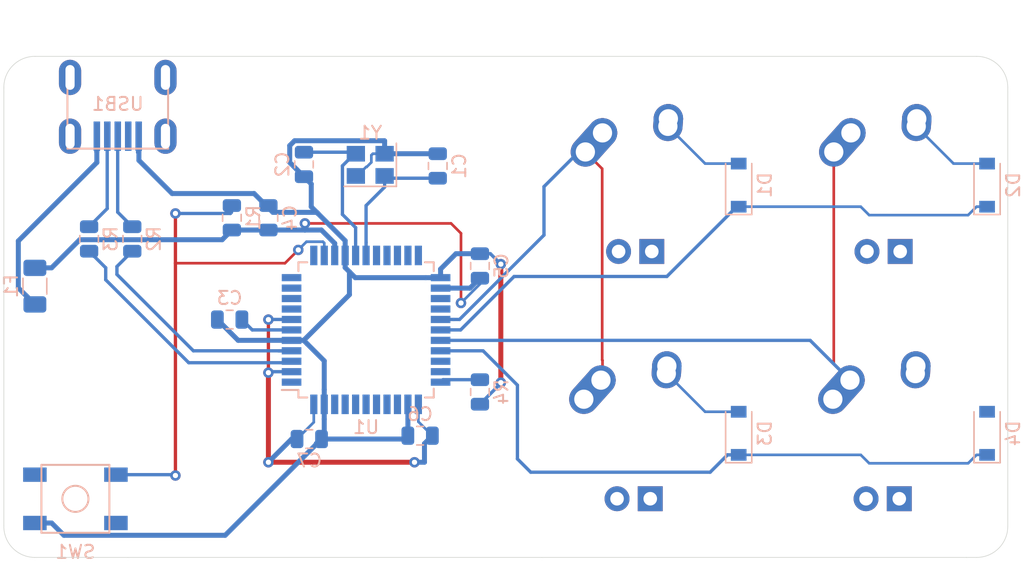
<source format=kicad_pcb>
(kicad_pcb (version 20171130) (host pcbnew "(5.1.4-0)")

  (general
    (thickness 1.6)
    (drawings 14)
    (tracks 202)
    (zones 0)
    (modules 24)
    (nets 45)
  )

  (page A4)
  (layers
    (0 F.Cu signal)
    (31 B.Cu signal)
    (32 B.Adhes user)
    (33 F.Adhes user)
    (34 B.Paste user)
    (35 F.Paste user)
    (36 B.SilkS user)
    (37 F.SilkS user)
    (38 B.Mask user)
    (39 F.Mask user)
    (40 Dwgs.User user)
    (41 Cmts.User user)
    (42 Eco1.User user)
    (43 Eco2.User user)
    (44 Edge.Cuts user)
    (45 Margin user)
    (46 B.CrtYd user)
    (47 F.CrtYd user)
    (48 B.Fab user)
    (49 F.Fab user)
  )

  (setup
    (last_trace_width 0.254)
    (user_trace_width 0.2032)
    (user_trace_width 0.254)
    (trace_clearance 0.2)
    (zone_clearance 0.508)
    (zone_45_only no)
    (trace_min 0.2)
    (via_size 0.8)
    (via_drill 0.4)
    (via_min_size 0.4)
    (via_min_drill 0.3)
    (uvia_size 0.3)
    (uvia_drill 0.1)
    (uvias_allowed no)
    (uvia_min_size 0.2)
    (uvia_min_drill 0.1)
    (edge_width 0.05)
    (segment_width 0.2)
    (pcb_text_width 0.3)
    (pcb_text_size 1.5 1.5)
    (mod_edge_width 0.12)
    (mod_text_size 1 1)
    (mod_text_width 0.15)
    (pad_size 1.524 1.524)
    (pad_drill 0.762)
    (pad_to_mask_clearance 0.051)
    (solder_mask_min_width 0.25)
    (aux_axis_origin 0 0)
    (visible_elements FFFFEF7F)
    (pcbplotparams
      (layerselection 0x010fc_ffffffff)
      (usegerberextensions false)
      (usegerberattributes false)
      (usegerberadvancedattributes false)
      (creategerberjobfile false)
      (excludeedgelayer true)
      (linewidth 0.100000)
      (plotframeref false)
      (viasonmask false)
      (mode 1)
      (useauxorigin false)
      (hpglpennumber 1)
      (hpglpenspeed 20)
      (hpglpendiameter 15.000000)
      (psnegative false)
      (psa4output false)
      (plotreference true)
      (plotvalue true)
      (plotinvisibletext false)
      (padsonsilk false)
      (subtractmaskfromsilk false)
      (outputformat 1)
      (mirror false)
      (drillshape 1)
      (scaleselection 1)
      (outputdirectory ""))
  )

  (net 0 "")
  (net 1 +5V)
  (net 2 GND)
  (net 3 "Net-(U1-Pad42)")
  (net 4 "Net-(U1-Pad41)")
  (net 5 "Net-(U1-Pad40)")
  (net 6 "Net-(U1-Pad39)")
  (net 7 "Net-(U1-Pad38)")
  (net 8 "Net-(U1-Pad37)")
  (net 9 "Net-(U1-Pad36)")
  (net 10 "Net-(R4-Pad2)")
  (net 11 "Net-(U1-Pad32)")
  (net 12 "Net-(U1-Pad31)")
  (net 13 "Net-(U1-Pad25)")
  (net 14 "Net-(U1-Pad22)")
  (net 15 "Net-(U1-Pad21)")
  (net 16 "Net-(U1-Pad20)")
  (net 17 "Net-(U1-Pad19)")
  (net 18 "Net-(U1-Pad18)")
  (net 19 "Net-(R1-Pad2)")
  (net 20 "Net-(U1-Pad12)")
  (net 21 "Net-(U1-Pad11)")
  (net 22 "Net-(U1-Pad10)")
  (net 23 "Net-(U1-Pad9)")
  (net 24 "Net-(U1-Pad8)")
  (net 25 "Net-(C3-Pad1)")
  (net 26 "Net-(R2-Pad1)")
  (net 27 "Net-(R3-Pad1)")
  (net 28 "Net-(U1-Pad1)")
  (net 29 "Net-(D1-Pad2)")
  (net 30 ROW0)
  (net 31 "Net-(D2-Pad2)")
  (net 32 "Net-(D3-Pad2)")
  (net 33 ROW1)
  (net 34 "Net-(D4-Pad2)")
  (net 35 VCC)
  (net 36 COL0)
  (net 37 COL1)
  (net 38 D+)
  (net 39 D-)
  (net 40 "Net-(USB1-Pad6)")
  (net 41 "Net-(USB1-Pad2)")
  (net 42 "Net-(C1-Pad1)")
  (net 43 "Net-(C2-Pad1)")
  (net 44 "Net-(U1-Pad26)")

  (net_class Default "This is the default net class."
    (clearance 0.2)
    (trace_width 0.254)
    (via_dia 0.8)
    (via_drill 0.4)
    (uvia_dia 0.3)
    (uvia_drill 0.1)
    (add_net COL0)
    (add_net COL1)
    (add_net D+)
    (add_net D-)
    (add_net "Net-(C1-Pad1)")
    (add_net "Net-(C2-Pad1)")
    (add_net "Net-(C3-Pad1)")
    (add_net "Net-(D1-Pad2)")
    (add_net "Net-(D2-Pad2)")
    (add_net "Net-(D3-Pad2)")
    (add_net "Net-(D4-Pad2)")
    (add_net "Net-(R1-Pad2)")
    (add_net "Net-(R2-Pad1)")
    (add_net "Net-(R3-Pad1)")
    (add_net "Net-(R4-Pad2)")
    (add_net "Net-(U1-Pad1)")
    (add_net "Net-(U1-Pad10)")
    (add_net "Net-(U1-Pad11)")
    (add_net "Net-(U1-Pad12)")
    (add_net "Net-(U1-Pad18)")
    (add_net "Net-(U1-Pad19)")
    (add_net "Net-(U1-Pad20)")
    (add_net "Net-(U1-Pad21)")
    (add_net "Net-(U1-Pad22)")
    (add_net "Net-(U1-Pad25)")
    (add_net "Net-(U1-Pad26)")
    (add_net "Net-(U1-Pad31)")
    (add_net "Net-(U1-Pad32)")
    (add_net "Net-(U1-Pad36)")
    (add_net "Net-(U1-Pad37)")
    (add_net "Net-(U1-Pad38)")
    (add_net "Net-(U1-Pad39)")
    (add_net "Net-(U1-Pad40)")
    (add_net "Net-(U1-Pad41)")
    (add_net "Net-(U1-Pad42)")
    (add_net "Net-(U1-Pad8)")
    (add_net "Net-(U1-Pad9)")
    (add_net "Net-(USB1-Pad2)")
    (add_net "Net-(USB1-Pad6)")
    (add_net ROW0)
    (add_net ROW1)
  )

  (net_class Power ""
    (clearance 0.2)
    (trace_width 0.381)
    (via_dia 0.8)
    (via_drill 0.4)
    (uvia_dia 0.3)
    (uvia_drill 0.1)
    (add_net +5V)
    (add_net GND)
    (add_net VCC)
  )

  (module Resistor_SMD:R_0805_2012Metric (layer B.Cu) (tedit 5B36C52B) (tstamp 606C1BA2)
    (at 249.428 -170.1015 90)
    (descr "Resistor SMD 0805 (2012 Metric), square (rectangular) end terminal, IPC_7351 nominal, (Body size source: https://docs.google.com/spreadsheets/d/1BsfQQcO9C6DZCsRaXUlFlo91Tg2WpOkGARC1WS5S8t0/edit?usp=sharing), generated with kicad-footprint-generator")
    (tags resistor)
    (path /606D0BC5)
    (attr smd)
    (fp_text reference R1 (at 0 1.65 90) (layer B.SilkS)
      (effects (font (size 1 1) (thickness 0.15)) (justify mirror))
    )
    (fp_text value 10k (at 0 -1.65 90) (layer B.Fab)
      (effects (font (size 1 1) (thickness 0.15)) (justify mirror))
    )
    (fp_text user %R (at 0 0 90) (layer B.Fab)
      (effects (font (size 0.5 0.5) (thickness 0.08)) (justify mirror))
    )
    (fp_line (start 1.68 -0.95) (end -1.68 -0.95) (layer B.CrtYd) (width 0.05))
    (fp_line (start 1.68 0.95) (end 1.68 -0.95) (layer B.CrtYd) (width 0.05))
    (fp_line (start -1.68 0.95) (end 1.68 0.95) (layer B.CrtYd) (width 0.05))
    (fp_line (start -1.68 -0.95) (end -1.68 0.95) (layer B.CrtYd) (width 0.05))
    (fp_line (start -0.258578 -0.71) (end 0.258578 -0.71) (layer B.SilkS) (width 0.12))
    (fp_line (start -0.258578 0.71) (end 0.258578 0.71) (layer B.SilkS) (width 0.12))
    (fp_line (start 1 -0.6) (end -1 -0.6) (layer B.Fab) (width 0.1))
    (fp_line (start 1 0.6) (end 1 -0.6) (layer B.Fab) (width 0.1))
    (fp_line (start -1 0.6) (end 1 0.6) (layer B.Fab) (width 0.1))
    (fp_line (start -1 -0.6) (end -1 0.6) (layer B.Fab) (width 0.1))
    (pad 2 smd roundrect (at 0.9375 0 90) (size 0.975 1.4) (layers B.Cu B.Paste B.Mask) (roundrect_rratio 0.25)
      (net 19 "Net-(R1-Pad2)"))
    (pad 1 smd roundrect (at -0.9375 0 90) (size 0.975 1.4) (layers B.Cu B.Paste B.Mask) (roundrect_rratio 0.25)
      (net 1 +5V))
    (model ${KISYS3DMOD}/Resistor_SMD.3dshapes/R_0805_2012Metric.wrl
      (at (xyz 0 0 0))
      (scale (xyz 1 1 1))
      (rotate (xyz 0 0 0))
    )
  )

  (module random-keyboard-parts:Molex-0548190589 (layer B.Cu) (tedit 5C494815) (tstamp 606C1C97)
    (at 240.698 -180.848 270)
    (path /606C0205)
    (attr smd)
    (fp_text reference USB1 (at 2.032 0 180) (layer B.SilkS)
      (effects (font (size 1 1) (thickness 0.15)) (justify mirror))
    )
    (fp_text value Molex-0548190589 (at -5.08 0 180) (layer Dwgs.User)
      (effects (font (size 1 1) (thickness 0.15)))
    )
    (fp_text user %R (at 2 0 180) (layer B.CrtYd)
      (effects (font (size 1 1) (thickness 0.15)) (justify mirror))
    )
    (fp_line (start 3.25 1.25) (end 5.5 1.25) (layer B.CrtYd) (width 0.15))
    (fp_line (start 5.5 0.5) (end 3.25 0.5) (layer B.CrtYd) (width 0.15))
    (fp_line (start 3.25 -0.5) (end 5.5 -0.5) (layer B.CrtYd) (width 0.15))
    (fp_line (start 5.5 -1.25) (end 3.25 -1.25) (layer B.CrtYd) (width 0.15))
    (fp_line (start 3.25 -2) (end 5.5 -2) (layer B.CrtYd) (width 0.15))
    (fp_line (start 3.25 2) (end 3.25 -2) (layer B.CrtYd) (width 0.15))
    (fp_line (start 5.5 2) (end 3.25 2) (layer B.CrtYd) (width 0.15))
    (fp_line (start -3.75 -3.75) (end -3.75 3.75) (layer B.CrtYd) (width 0.15))
    (fp_line (start 5.5 -3.75) (end -3.75 -3.75) (layer B.CrtYd) (width 0.15))
    (fp_line (start 5.5 3.75) (end 5.5 -3.75) (layer B.CrtYd) (width 0.15))
    (fp_line (start -3.75 3.75) (end 5.5 3.75) (layer B.CrtYd) (width 0.15))
    (fp_line (start 0 3.85) (end 5.45 3.85) (layer B.SilkS) (width 0.15))
    (fp_line (start 0 -3.85) (end 5.45 -3.85) (layer B.SilkS) (width 0.15))
    (fp_line (start 5.45 3.85) (end 5.45 -3.85) (layer B.SilkS) (width 0.15))
    (fp_line (start -3.75 3.85) (end 0 3.85) (layer Dwgs.User) (width 0.15))
    (fp_line (start -3.75 -3.85) (end 0 -3.85) (layer Dwgs.User) (width 0.15))
    (fp_line (start -1.75 4.572) (end -1.75 -4.572) (layer Dwgs.User) (width 0.15))
    (fp_line (start -3.75 3.85) (end -3.75 -3.85) (layer Dwgs.User) (width 0.15))
    (pad 6 thru_hole oval (at 0 3.65 270) (size 2.7 1.7) (drill oval 1.9 0.7) (layers *.Cu *.Mask)
      (net 40 "Net-(USB1-Pad6)"))
    (pad 6 thru_hole oval (at 0 -3.65 270) (size 2.7 1.7) (drill oval 1.9 0.7) (layers *.Cu *.Mask)
      (net 40 "Net-(USB1-Pad6)"))
    (pad 6 thru_hole oval (at 4.5 -3.65 270) (size 2.7 1.7) (drill oval 1.9 0.7) (layers *.Cu *.Mask)
      (net 40 "Net-(USB1-Pad6)"))
    (pad 6 thru_hole oval (at 4.5 3.65 270) (size 2.7 1.7) (drill oval 1.9 0.7) (layers *.Cu *.Mask)
      (net 40 "Net-(USB1-Pad6)"))
    (pad 5 smd rect (at 4.5 1.6 270) (size 2.25 0.5) (layers B.Cu B.Paste B.Mask)
      (net 35 VCC))
    (pad 4 smd rect (at 4.5 0.8 270) (size 2.25 0.5) (layers B.Cu B.Paste B.Mask)
      (net 39 D-))
    (pad 3 smd rect (at 4.5 0 270) (size 2.25 0.5) (layers B.Cu B.Paste B.Mask)
      (net 38 D+))
    (pad 2 smd rect (at 4.5 -0.8 270) (size 2.25 0.5) (layers B.Cu B.Paste B.Mask)
      (net 41 "Net-(USB1-Pad2)"))
    (pad 1 smd rect (at 4.5 -1.6 270) (size 2.25 0.5) (layers B.Cu B.Paste B.Mask)
      (net 2 GND))
  )

  (module Package_QFP:TQFP-44_10x10mm_P0.8mm (layer B.Cu) (tedit 5A02F146) (tstamp 606C8932)
    (at 259.694 -161.517)
    (descr "44-Lead Plastic Thin Quad Flatpack (PT) - 10x10x1.0 mm Body [TQFP] (see Microchip Packaging Specification 00000049BS.pdf)")
    (tags "QFP 0.8")
    (path /606A6AE5)
    (attr smd)
    (fp_text reference U1 (at 0 7.45) (layer B.SilkS)
      (effects (font (size 1 1) (thickness 0.15)) (justify mirror))
    )
    (fp_text value ATmega32U4-AU (at 0 -7.45) (layer B.Fab)
      (effects (font (size 1 1) (thickness 0.15)) (justify mirror))
    )
    (fp_line (start -5.175 4.6) (end -6.45 4.6) (layer B.SilkS) (width 0.15))
    (fp_line (start 5.175 5.175) (end 4.5 5.175) (layer B.SilkS) (width 0.15))
    (fp_line (start 5.175 -5.175) (end 4.5 -5.175) (layer B.SilkS) (width 0.15))
    (fp_line (start -5.175 -5.175) (end -4.5 -5.175) (layer B.SilkS) (width 0.15))
    (fp_line (start -5.175 5.175) (end -4.5 5.175) (layer B.SilkS) (width 0.15))
    (fp_line (start -5.175 -5.175) (end -5.175 -4.5) (layer B.SilkS) (width 0.15))
    (fp_line (start 5.175 -5.175) (end 5.175 -4.5) (layer B.SilkS) (width 0.15))
    (fp_line (start 5.175 5.175) (end 5.175 4.5) (layer B.SilkS) (width 0.15))
    (fp_line (start -5.175 5.175) (end -5.175 4.6) (layer B.SilkS) (width 0.15))
    (fp_line (start -6.7 -6.7) (end 6.7 -6.7) (layer B.CrtYd) (width 0.05))
    (fp_line (start -6.7 6.7) (end 6.7 6.7) (layer B.CrtYd) (width 0.05))
    (fp_line (start 6.7 6.7) (end 6.7 -6.7) (layer B.CrtYd) (width 0.05))
    (fp_line (start -6.7 6.7) (end -6.7 -6.7) (layer B.CrtYd) (width 0.05))
    (fp_line (start -5 4) (end -4 5) (layer B.Fab) (width 0.15))
    (fp_line (start -5 -5) (end -5 4) (layer B.Fab) (width 0.15))
    (fp_line (start 5 -5) (end -5 -5) (layer B.Fab) (width 0.15))
    (fp_line (start 5 5) (end 5 -5) (layer B.Fab) (width 0.15))
    (fp_line (start -4 5) (end 5 5) (layer B.Fab) (width 0.15))
    (fp_text user %R (at 0 0) (layer B.Fab)
      (effects (font (size 1 1) (thickness 0.15)) (justify mirror))
    )
    (pad 44 smd rect (at -4 5.7 270) (size 1.5 0.55) (layers B.Cu B.Paste B.Mask)
      (net 1 +5V))
    (pad 43 smd rect (at -3.2 5.7 270) (size 1.5 0.55) (layers B.Cu B.Paste B.Mask)
      (net 2 GND))
    (pad 42 smd rect (at -2.4 5.7 270) (size 1.5 0.55) (layers B.Cu B.Paste B.Mask)
      (net 3 "Net-(U1-Pad42)"))
    (pad 41 smd rect (at -1.6 5.7 270) (size 1.5 0.55) (layers B.Cu B.Paste B.Mask)
      (net 4 "Net-(U1-Pad41)"))
    (pad 40 smd rect (at -0.8 5.7 270) (size 1.5 0.55) (layers B.Cu B.Paste B.Mask)
      (net 5 "Net-(U1-Pad40)"))
    (pad 39 smd rect (at 0 5.7 270) (size 1.5 0.55) (layers B.Cu B.Paste B.Mask)
      (net 6 "Net-(U1-Pad39)"))
    (pad 38 smd rect (at 0.8 5.7 270) (size 1.5 0.55) (layers B.Cu B.Paste B.Mask)
      (net 7 "Net-(U1-Pad38)"))
    (pad 37 smd rect (at 1.6 5.7 270) (size 1.5 0.55) (layers B.Cu B.Paste B.Mask)
      (net 8 "Net-(U1-Pad37)"))
    (pad 36 smd rect (at 2.4 5.7 270) (size 1.5 0.55) (layers B.Cu B.Paste B.Mask)
      (net 9 "Net-(U1-Pad36)"))
    (pad 35 smd rect (at 3.2 5.7 270) (size 1.5 0.55) (layers B.Cu B.Paste B.Mask)
      (net 2 GND))
    (pad 34 smd rect (at 4 5.7 270) (size 1.5 0.55) (layers B.Cu B.Paste B.Mask)
      (net 1 +5V))
    (pad 33 smd rect (at 5.7 4) (size 1.5 0.55) (layers B.Cu B.Paste B.Mask)
      (net 10 "Net-(R4-Pad2)"))
    (pad 32 smd rect (at 5.7 3.2) (size 1.5 0.55) (layers B.Cu B.Paste B.Mask)
      (net 11 "Net-(U1-Pad32)"))
    (pad 31 smd rect (at 5.7 2.4) (size 1.5 0.55) (layers B.Cu B.Paste B.Mask)
      (net 12 "Net-(U1-Pad31)"))
    (pad 30 smd rect (at 5.7 1.6) (size 1.5 0.55) (layers B.Cu B.Paste B.Mask)
      (net 33 ROW1))
    (pad 29 smd rect (at 5.7 0.8) (size 1.5 0.55) (layers B.Cu B.Paste B.Mask)
      (net 37 COL1))
    (pad 28 smd rect (at 5.7 0) (size 1.5 0.55) (layers B.Cu B.Paste B.Mask)
      (net 30 ROW0))
    (pad 27 smd rect (at 5.7 -0.8) (size 1.5 0.55) (layers B.Cu B.Paste B.Mask)
      (net 36 COL0))
    (pad 26 smd rect (at 5.7 -1.6) (size 1.5 0.55) (layers B.Cu B.Paste B.Mask)
      (net 44 "Net-(U1-Pad26)"))
    (pad 25 smd rect (at 5.7 -2.4) (size 1.5 0.55) (layers B.Cu B.Paste B.Mask)
      (net 13 "Net-(U1-Pad25)"))
    (pad 24 smd rect (at 5.7 -3.2) (size 1.5 0.55) (layers B.Cu B.Paste B.Mask)
      (net 1 +5V))
    (pad 23 smd rect (at 5.7 -4) (size 1.5 0.55) (layers B.Cu B.Paste B.Mask)
      (net 2 GND))
    (pad 22 smd rect (at 4 -5.7 270) (size 1.5 0.55) (layers B.Cu B.Paste B.Mask)
      (net 14 "Net-(U1-Pad22)"))
    (pad 21 smd rect (at 3.2 -5.7 270) (size 1.5 0.55) (layers B.Cu B.Paste B.Mask)
      (net 15 "Net-(U1-Pad21)"))
    (pad 20 smd rect (at 2.4 -5.7 270) (size 1.5 0.55) (layers B.Cu B.Paste B.Mask)
      (net 16 "Net-(U1-Pad20)"))
    (pad 19 smd rect (at 1.6 -5.7 270) (size 1.5 0.55) (layers B.Cu B.Paste B.Mask)
      (net 17 "Net-(U1-Pad19)"))
    (pad 18 smd rect (at 0.8 -5.7 270) (size 1.5 0.55) (layers B.Cu B.Paste B.Mask)
      (net 18 "Net-(U1-Pad18)"))
    (pad 17 smd rect (at 0 -5.7 270) (size 1.5 0.55) (layers B.Cu B.Paste B.Mask)
      (net 42 "Net-(C1-Pad1)"))
    (pad 16 smd rect (at -0.8 -5.7 270) (size 1.5 0.55) (layers B.Cu B.Paste B.Mask)
      (net 43 "Net-(C2-Pad1)"))
    (pad 15 smd rect (at -1.6 -5.7 270) (size 1.5 0.55) (layers B.Cu B.Paste B.Mask)
      (net 2 GND))
    (pad 14 smd rect (at -2.4 -5.7 270) (size 1.5 0.55) (layers B.Cu B.Paste B.Mask)
      (net 1 +5V))
    (pad 13 smd rect (at -3.2 -5.7 270) (size 1.5 0.55) (layers B.Cu B.Paste B.Mask)
      (net 19 "Net-(R1-Pad2)"))
    (pad 12 smd rect (at -4 -5.7 270) (size 1.5 0.55) (layers B.Cu B.Paste B.Mask)
      (net 20 "Net-(U1-Pad12)"))
    (pad 11 smd rect (at -5.7 -4) (size 1.5 0.55) (layers B.Cu B.Paste B.Mask)
      (net 21 "Net-(U1-Pad11)"))
    (pad 10 smd rect (at -5.7 -3.2) (size 1.5 0.55) (layers B.Cu B.Paste B.Mask)
      (net 22 "Net-(U1-Pad10)"))
    (pad 9 smd rect (at -5.7 -2.4) (size 1.5 0.55) (layers B.Cu B.Paste B.Mask)
      (net 23 "Net-(U1-Pad9)"))
    (pad 8 smd rect (at -5.7 -1.6) (size 1.5 0.55) (layers B.Cu B.Paste B.Mask)
      (net 24 "Net-(U1-Pad8)"))
    (pad 7 smd rect (at -5.7 -0.8) (size 1.5 0.55) (layers B.Cu B.Paste B.Mask)
      (net 1 +5V))
    (pad 6 smd rect (at -5.7 0) (size 1.5 0.55) (layers B.Cu B.Paste B.Mask)
      (net 25 "Net-(C3-Pad1)"))
    (pad 5 smd rect (at -5.7 0.8) (size 1.5 0.55) (layers B.Cu B.Paste B.Mask)
      (net 2 GND))
    (pad 4 smd rect (at -5.7 1.6) (size 1.5 0.55) (layers B.Cu B.Paste B.Mask)
      (net 26 "Net-(R2-Pad1)"))
    (pad 3 smd rect (at -5.7 2.4) (size 1.5 0.55) (layers B.Cu B.Paste B.Mask)
      (net 27 "Net-(R3-Pad1)"))
    (pad 2 smd rect (at -5.7 3.2) (size 1.5 0.55) (layers B.Cu B.Paste B.Mask)
      (net 1 +5V))
    (pad 1 smd rect (at -5.7 4) (size 1.5 0.55) (layers B.Cu B.Paste B.Mask)
      (net 28 "Net-(U1-Pad1)"))
    (model ${KISYS3DMOD}/Package_QFP.3dshapes/TQFP-44_10x10mm_P0.8mm.wrl
      (at (xyz 0 0 0))
      (scale (xyz 1 1 1))
      (rotate (xyz 0 0 0))
    )
  )

  (module MX_Alps_Hybrid:MX-1U (layer F.Cu) (tedit 5A9F3A9A) (tstamp 606D36FC)
    (at 299.212 -153.67)
    (path /606E9B63)
    (fp_text reference MX4 (at 0 3.175) (layer Dwgs.User)
      (effects (font (size 1 1) (thickness 0.15)))
    )
    (fp_text value MX-NoLED (at 0 -7.9375) (layer Dwgs.User)
      (effects (font (size 1 1) (thickness 0.15)))
    )
    (fp_line (start -9.525 9.525) (end -9.525 -9.525) (layer Dwgs.User) (width 0.15))
    (fp_line (start 9.525 9.525) (end -9.525 9.525) (layer Dwgs.User) (width 0.15))
    (fp_line (start 9.525 -9.525) (end 9.525 9.525) (layer Dwgs.User) (width 0.15))
    (fp_line (start -9.525 -9.525) (end 9.525 -9.525) (layer Dwgs.User) (width 0.15))
    (fp_line (start -7 -7) (end -7 -5) (layer Dwgs.User) (width 0.15))
    (fp_line (start -5 -7) (end -7 -7) (layer Dwgs.User) (width 0.15))
    (fp_line (start -7 7) (end -5 7) (layer Dwgs.User) (width 0.15))
    (fp_line (start -7 5) (end -7 7) (layer Dwgs.User) (width 0.15))
    (fp_line (start 7 7) (end 7 5) (layer Dwgs.User) (width 0.15))
    (fp_line (start 5 7) (end 7 7) (layer Dwgs.User) (width 0.15))
    (fp_line (start 7 -7) (end 7 -5) (layer Dwgs.User) (width 0.15))
    (fp_line (start 5 -7) (end 7 -7) (layer Dwgs.User) (width 0.15))
    (pad "" np_thru_hole circle (at 5.08 0 48.0996) (size 1.75 1.75) (drill 1.75) (layers *.Cu *.Mask))
    (pad "" np_thru_hole circle (at -5.08 0 48.0996) (size 1.75 1.75) (drill 1.75) (layers *.Cu *.Mask))
    (pad 4 thru_hole rect (at 1.27 5.08) (size 1.905 1.905) (drill 1.04) (layers *.Cu B.Mask))
    (pad 3 thru_hole circle (at -1.27 5.08) (size 1.905 1.905) (drill 1.04) (layers *.Cu B.Mask))
    (pad 1 thru_hole circle (at -2.5 -4) (size 2.25 2.25) (drill 1.47) (layers *.Cu B.Mask)
      (net 37 COL1))
    (pad "" np_thru_hole circle (at 0 0) (size 3.9878 3.9878) (drill 3.9878) (layers *.Cu *.Mask))
    (pad 1 thru_hole oval (at -3.81 -2.54 48.0996) (size 4.211556 2.25) (drill 1.47 (offset 0.980778 0)) (layers *.Cu B.Mask)
      (net 37 COL1))
    (pad 2 thru_hole circle (at 2.54 -5.08) (size 2.25 2.25) (drill 1.47) (layers *.Cu B.Mask)
      (net 34 "Net-(D4-Pad2)"))
    (pad 2 thru_hole oval (at 2.5 -4.5 86.0548) (size 2.831378 2.25) (drill 1.47 (offset 0.290689 0)) (layers *.Cu B.Mask)
      (net 34 "Net-(D4-Pad2)"))
  )

  (module MX_Alps_Hybrid:MX-1U (layer F.Cu) (tedit 5A9F3A9A) (tstamp 606D364E)
    (at 280.162 -153.67)
    (path /606E8134)
    (fp_text reference MX3 (at 0 3.175) (layer Dwgs.User)
      (effects (font (size 1 1) (thickness 0.15)))
    )
    (fp_text value MX-NoLED (at 0 -7.9375) (layer Dwgs.User)
      (effects (font (size 1 1) (thickness 0.15)))
    )
    (fp_line (start -9.525 9.525) (end -9.525 -9.525) (layer Dwgs.User) (width 0.15))
    (fp_line (start 9.525 9.525) (end -9.525 9.525) (layer Dwgs.User) (width 0.15))
    (fp_line (start 9.525 -9.525) (end 9.525 9.525) (layer Dwgs.User) (width 0.15))
    (fp_line (start -9.525 -9.525) (end 9.525 -9.525) (layer Dwgs.User) (width 0.15))
    (fp_line (start -7 -7) (end -7 -5) (layer Dwgs.User) (width 0.15))
    (fp_line (start -5 -7) (end -7 -7) (layer Dwgs.User) (width 0.15))
    (fp_line (start -7 7) (end -5 7) (layer Dwgs.User) (width 0.15))
    (fp_line (start -7 5) (end -7 7) (layer Dwgs.User) (width 0.15))
    (fp_line (start 7 7) (end 7 5) (layer Dwgs.User) (width 0.15))
    (fp_line (start 5 7) (end 7 7) (layer Dwgs.User) (width 0.15))
    (fp_line (start 7 -7) (end 7 -5) (layer Dwgs.User) (width 0.15))
    (fp_line (start 5 -7) (end 7 -7) (layer Dwgs.User) (width 0.15))
    (pad "" np_thru_hole circle (at 5.08 0 48.0996) (size 1.75 1.75) (drill 1.75) (layers *.Cu *.Mask))
    (pad "" np_thru_hole circle (at -5.08 0 48.0996) (size 1.75 1.75) (drill 1.75) (layers *.Cu *.Mask))
    (pad 4 thru_hole rect (at 1.27 5.08) (size 1.905 1.905) (drill 1.04) (layers *.Cu B.Mask))
    (pad 3 thru_hole circle (at -1.27 5.08) (size 1.905 1.905) (drill 1.04) (layers *.Cu B.Mask))
    (pad 1 thru_hole circle (at -2.5 -4) (size 2.25 2.25) (drill 1.47) (layers *.Cu B.Mask)
      (net 36 COL0))
    (pad "" np_thru_hole circle (at 0 0) (size 3.9878 3.9878) (drill 3.9878) (layers *.Cu *.Mask))
    (pad 1 thru_hole oval (at -3.81 -2.54 48.0996) (size 4.211556 2.25) (drill 1.47 (offset 0.980778 0)) (layers *.Cu B.Mask)
      (net 36 COL0))
    (pad 2 thru_hole circle (at 2.54 -5.08) (size 2.25 2.25) (drill 1.47) (layers *.Cu B.Mask)
      (net 32 "Net-(D3-Pad2)"))
    (pad 2 thru_hole oval (at 2.5 -4.5 86.0548) (size 2.831378 2.25) (drill 1.47 (offset 0.290689 0)) (layers *.Cu B.Mask)
      (net 32 "Net-(D3-Pad2)"))
  )

  (module MX_Alps_Hybrid:MX-1U (layer F.Cu) (tedit 5A9F3A9A) (tstamp 606C1B63)
    (at 299.2815 -172.6015)
    (path /606E6188)
    (fp_text reference MX2 (at 0 3.175) (layer Dwgs.User)
      (effects (font (size 1 1) (thickness 0.15)))
    )
    (fp_text value MX-NoLED (at 0 -7.9375) (layer Dwgs.User)
      (effects (font (size 1 1) (thickness 0.15)))
    )
    (fp_line (start -9.525 9.525) (end -9.525 -9.525) (layer Dwgs.User) (width 0.15))
    (fp_line (start 9.525 9.525) (end -9.525 9.525) (layer Dwgs.User) (width 0.15))
    (fp_line (start 9.525 -9.525) (end 9.525 9.525) (layer Dwgs.User) (width 0.15))
    (fp_line (start -9.525 -9.525) (end 9.525 -9.525) (layer Dwgs.User) (width 0.15))
    (fp_line (start -7 -7) (end -7 -5) (layer Dwgs.User) (width 0.15))
    (fp_line (start -5 -7) (end -7 -7) (layer Dwgs.User) (width 0.15))
    (fp_line (start -7 7) (end -5 7) (layer Dwgs.User) (width 0.15))
    (fp_line (start -7 5) (end -7 7) (layer Dwgs.User) (width 0.15))
    (fp_line (start 7 7) (end 7 5) (layer Dwgs.User) (width 0.15))
    (fp_line (start 5 7) (end 7 7) (layer Dwgs.User) (width 0.15))
    (fp_line (start 7 -7) (end 7 -5) (layer Dwgs.User) (width 0.15))
    (fp_line (start 5 -7) (end 7 -7) (layer Dwgs.User) (width 0.15))
    (pad "" np_thru_hole circle (at 5.08 0 48.0996) (size 1.75 1.75) (drill 1.75) (layers *.Cu *.Mask))
    (pad "" np_thru_hole circle (at -5.08 0 48.0996) (size 1.75 1.75) (drill 1.75) (layers *.Cu *.Mask))
    (pad 4 thru_hole rect (at 1.27 5.08) (size 1.905 1.905) (drill 1.04) (layers *.Cu B.Mask))
    (pad 3 thru_hole circle (at -1.27 5.08) (size 1.905 1.905) (drill 1.04) (layers *.Cu B.Mask))
    (pad 1 thru_hole circle (at -2.5 -4) (size 2.25 2.25) (drill 1.47) (layers *.Cu B.Mask)
      (net 37 COL1))
    (pad "" np_thru_hole circle (at 0 0) (size 3.9878 3.9878) (drill 3.9878) (layers *.Cu *.Mask))
    (pad 1 thru_hole oval (at -3.81 -2.54 48.0996) (size 4.211556 2.25) (drill 1.47 (offset 0.980778 0)) (layers *.Cu B.Mask)
      (net 37 COL1))
    (pad 2 thru_hole circle (at 2.54 -5.08) (size 2.25 2.25) (drill 1.47) (layers *.Cu B.Mask)
      (net 31 "Net-(D2-Pad2)"))
    (pad 2 thru_hole oval (at 2.5 -4.5 86.0548) (size 2.831378 2.25) (drill 1.47 (offset 0.290689 0)) (layers *.Cu B.Mask)
      (net 31 "Net-(D2-Pad2)"))
  )

  (module MX_Alps_Hybrid:MX-1U (layer F.Cu) (tedit 5A9F3A9A) (tstamp 606C5524)
    (at 280.2795 -172.6015)
    (path /606CE12C)
    (fp_text reference MX1 (at 0 3.175) (layer Dwgs.User)
      (effects (font (size 1 1) (thickness 0.15)))
    )
    (fp_text value MX-NoLED (at 0 -7.9375) (layer Dwgs.User)
      (effects (font (size 1 1) (thickness 0.15)))
    )
    (fp_line (start -9.525 9.525) (end -9.525 -9.525) (layer Dwgs.User) (width 0.15))
    (fp_line (start 9.525 9.525) (end -9.525 9.525) (layer Dwgs.User) (width 0.15))
    (fp_line (start 9.525 -9.525) (end 9.525 9.525) (layer Dwgs.User) (width 0.15))
    (fp_line (start -9.525 -9.525) (end 9.525 -9.525) (layer Dwgs.User) (width 0.15))
    (fp_line (start -7 -7) (end -7 -5) (layer Dwgs.User) (width 0.15))
    (fp_line (start -5 -7) (end -7 -7) (layer Dwgs.User) (width 0.15))
    (fp_line (start -7 7) (end -5 7) (layer Dwgs.User) (width 0.15))
    (fp_line (start -7 5) (end -7 7) (layer Dwgs.User) (width 0.15))
    (fp_line (start 7 7) (end 7 5) (layer Dwgs.User) (width 0.15))
    (fp_line (start 5 7) (end 7 7) (layer Dwgs.User) (width 0.15))
    (fp_line (start 7 -7) (end 7 -5) (layer Dwgs.User) (width 0.15))
    (fp_line (start 5 -7) (end 7 -7) (layer Dwgs.User) (width 0.15))
    (pad "" np_thru_hole circle (at 5.08 0 48.0996) (size 1.75 1.75) (drill 1.75) (layers *.Cu *.Mask))
    (pad "" np_thru_hole circle (at -5.08 0 48.0996) (size 1.75 1.75) (drill 1.75) (layers *.Cu *.Mask))
    (pad 4 thru_hole rect (at 1.27 5.08) (size 1.905 1.905) (drill 1.04) (layers *.Cu B.Mask))
    (pad 3 thru_hole circle (at -1.27 5.08) (size 1.905 1.905) (drill 1.04) (layers *.Cu B.Mask))
    (pad 1 thru_hole circle (at -2.5 -4) (size 2.25 2.25) (drill 1.47) (layers *.Cu B.Mask)
      (net 36 COL0))
    (pad "" np_thru_hole circle (at 0 0) (size 3.9878 3.9878) (drill 3.9878) (layers *.Cu *.Mask))
    (pad 1 thru_hole oval (at -3.81 -2.54 48.0996) (size 4.211556 2.25) (drill 1.47 (offset 0.980778 0)) (layers *.Cu B.Mask)
      (net 36 COL0))
    (pad 2 thru_hole circle (at 2.54 -5.08) (size 2.25 2.25) (drill 1.47) (layers *.Cu B.Mask)
      (net 29 "Net-(D1-Pad2)"))
    (pad 2 thru_hole oval (at 2.5 -4.5 86.0548) (size 2.831378 2.25) (drill 1.47 (offset 0.290689 0)) (layers *.Cu B.Mask)
      (net 29 "Net-(D1-Pad2)"))
  )

  (module Crystal:Crystal_SMD_3225-4Pin_3.2x2.5mm (layer B.Cu) (tedit 5A0FD1B2) (tstamp 606C1CDA)
    (at 260.012 -174.156 180)
    (descr "SMD Crystal SERIES SMD3225/4 http://www.txccrystal.com/images/pdf/7m-accuracy.pdf, 3.2x2.5mm^2 package")
    (tags "SMD SMT crystal")
    (path /606C515E)
    (attr smd)
    (fp_text reference Y1 (at 0 2.45) (layer B.SilkS)
      (effects (font (size 1 1) (thickness 0.15)) (justify mirror))
    )
    (fp_text value 16MHz (at 0 -2.45) (layer B.Fab)
      (effects (font (size 1 1) (thickness 0.15)) (justify mirror))
    )
    (fp_line (start 2.1 1.7) (end -2.1 1.7) (layer B.CrtYd) (width 0.05))
    (fp_line (start 2.1 -1.7) (end 2.1 1.7) (layer B.CrtYd) (width 0.05))
    (fp_line (start -2.1 -1.7) (end 2.1 -1.7) (layer B.CrtYd) (width 0.05))
    (fp_line (start -2.1 1.7) (end -2.1 -1.7) (layer B.CrtYd) (width 0.05))
    (fp_line (start -2 -1.65) (end 2 -1.65) (layer B.SilkS) (width 0.12))
    (fp_line (start -2 1.65) (end -2 -1.65) (layer B.SilkS) (width 0.12))
    (fp_line (start -1.6 -0.25) (end -0.6 -1.25) (layer B.Fab) (width 0.1))
    (fp_line (start 1.6 1.25) (end -1.6 1.25) (layer B.Fab) (width 0.1))
    (fp_line (start 1.6 -1.25) (end 1.6 1.25) (layer B.Fab) (width 0.1))
    (fp_line (start -1.6 -1.25) (end 1.6 -1.25) (layer B.Fab) (width 0.1))
    (fp_line (start -1.6 1.25) (end -1.6 -1.25) (layer B.Fab) (width 0.1))
    (fp_text user %R (at 0 0) (layer B.Fab)
      (effects (font (size 0.7 0.7) (thickness 0.105)) (justify mirror))
    )
    (pad 4 smd rect (at -1.1 0.85 180) (size 1.4 1.2) (layers B.Cu B.Paste B.Mask)
      (net 2 GND))
    (pad 3 smd rect (at 1.1 0.85 180) (size 1.4 1.2) (layers B.Cu B.Paste B.Mask)
      (net 43 "Net-(C2-Pad1)"))
    (pad 2 smd rect (at 1.1 -0.85 180) (size 1.4 1.2) (layers B.Cu B.Paste B.Mask)
      (net 2 GND))
    (pad 1 smd rect (at -1.1 -0.85 180) (size 1.4 1.2) (layers B.Cu B.Paste B.Mask)
      (net 42 "Net-(C1-Pad1)"))
    (model ${KISYS3DMOD}/Crystal.3dshapes/Crystal_SMD_3225-4Pin_3.2x2.5mm.wrl
      (at (xyz 0 0 0))
      (scale (xyz 1 1 1))
      (rotate (xyz 0 0 0))
    )
  )

  (module random-keyboard-parts:SKQG-1155865 (layer B.Cu) (tedit 5E62B398) (tstamp 606C5B63)
    (at 237.458 -148.5825 180)
    (path /606CD4C1)
    (attr smd)
    (fp_text reference SW1 (at 0 -4.064) (layer B.SilkS)
      (effects (font (size 1 1) (thickness 0.15)) (justify mirror))
    )
    (fp_text value SW_Push (at 0 4.064) (layer B.Fab)
      (effects (font (size 1 1) (thickness 0.15)) (justify mirror))
    )
    (fp_line (start -2.6 2.6) (end 2.6 2.6) (layer B.SilkS) (width 0.15))
    (fp_line (start 2.6 2.6) (end 2.6 -2.6) (layer B.SilkS) (width 0.15))
    (fp_line (start 2.6 -2.6) (end -2.6 -2.6) (layer B.SilkS) (width 0.15))
    (fp_line (start -2.6 -2.6) (end -2.6 2.6) (layer B.SilkS) (width 0.15))
    (fp_circle (center 0 0) (end 1 0) (layer B.SilkS) (width 0.15))
    (fp_line (start -4.2 2.6) (end 4.2 2.6) (layer B.Fab) (width 0.15))
    (fp_line (start 4.2 2.6) (end 4.2 1.2) (layer B.Fab) (width 0.15))
    (fp_line (start 4.2 1.1) (end 2.6 1.1) (layer B.Fab) (width 0.15))
    (fp_line (start 2.6 1.1) (end 2.6 -1.1) (layer B.Fab) (width 0.15))
    (fp_line (start 2.6 -1.1) (end 4.2 -1.1) (layer B.Fab) (width 0.15))
    (fp_line (start 4.2 -1.1) (end 4.2 -2.6) (layer B.Fab) (width 0.15))
    (fp_line (start 4.2 -2.6) (end -4.2 -2.6) (layer B.Fab) (width 0.15))
    (fp_line (start -4.2 -2.6) (end -4.2 -1.1) (layer B.Fab) (width 0.15))
    (fp_line (start -4.2 -1.1) (end -2.6 -1.1) (layer B.Fab) (width 0.15))
    (fp_line (start -2.6 -1.1) (end -2.6 1.1) (layer B.Fab) (width 0.15))
    (fp_line (start -2.6 1.1) (end -4.2 1.1) (layer B.Fab) (width 0.15))
    (fp_line (start -4.2 1.1) (end -4.2 2.6) (layer B.Fab) (width 0.15))
    (fp_circle (center 0 0) (end 1 0) (layer B.Fab) (width 0.15))
    (fp_line (start -2.6 1.1) (end -1.1 2.6) (layer B.Fab) (width 0.15))
    (fp_line (start 2.6 1.1) (end 1.1 2.6) (layer B.Fab) (width 0.15))
    (fp_line (start 2.6 -1.1) (end 1.1 -2.6) (layer B.Fab) (width 0.15))
    (fp_line (start -2.6 -1.1) (end -1.1 -2.6) (layer B.Fab) (width 0.15))
    (pad 4 smd rect (at -3.1 -1.85 180) (size 1.8 1.1) (layers B.Cu B.Paste B.Mask))
    (pad 3 smd rect (at 3.1 1.85 180) (size 1.8 1.1) (layers B.Cu B.Paste B.Mask))
    (pad 2 smd rect (at -3.1 1.85 180) (size 1.8 1.1) (layers B.Cu B.Paste B.Mask)
      (net 19 "Net-(R1-Pad2)"))
    (pad 1 smd rect (at 3.1 -1.85 180) (size 1.8 1.1) (layers B.Cu B.Paste B.Mask)
      (net 2 GND))
    (model ${KISYS3DMOD}/Button_Switch_SMD.3dshapes/SW_SPST_TL3342.step
      (at (xyz 0 0 0))
      (scale (xyz 1 1 1))
      (rotate (xyz 0 0 0))
    )
  )

  (module Resistor_SMD:R_0805_2012Metric (layer B.Cu) (tedit 5B36C52B) (tstamp 606C374C)
    (at 268.40325 -156.7665 90)
    (descr "Resistor SMD 0805 (2012 Metric), square (rectangular) end terminal, IPC_7351 nominal, (Body size source: https://docs.google.com/spreadsheets/d/1BsfQQcO9C6DZCsRaXUlFlo91Tg2WpOkGARC1WS5S8t0/edit?usp=sharing), generated with kicad-footprint-generator")
    (tags resistor)
    (path /606AFACD)
    (attr smd)
    (fp_text reference R4 (at 0 1.65 90) (layer B.SilkS)
      (effects (font (size 1 1) (thickness 0.15)) (justify mirror))
    )
    (fp_text value 10k (at 0 -1.65 90) (layer B.Fab)
      (effects (font (size 1 1) (thickness 0.15)) (justify mirror))
    )
    (fp_text user %R (at 0 0 90) (layer B.Fab)
      (effects (font (size 0.5 0.5) (thickness 0.08)) (justify mirror))
    )
    (fp_line (start 1.68 -0.95) (end -1.68 -0.95) (layer B.CrtYd) (width 0.05))
    (fp_line (start 1.68 0.95) (end 1.68 -0.95) (layer B.CrtYd) (width 0.05))
    (fp_line (start -1.68 0.95) (end 1.68 0.95) (layer B.CrtYd) (width 0.05))
    (fp_line (start -1.68 -0.95) (end -1.68 0.95) (layer B.CrtYd) (width 0.05))
    (fp_line (start -0.258578 -0.71) (end 0.258578 -0.71) (layer B.SilkS) (width 0.12))
    (fp_line (start -0.258578 0.71) (end 0.258578 0.71) (layer B.SilkS) (width 0.12))
    (fp_line (start 1 -0.6) (end -1 -0.6) (layer B.Fab) (width 0.1))
    (fp_line (start 1 0.6) (end 1 -0.6) (layer B.Fab) (width 0.1))
    (fp_line (start -1 0.6) (end 1 0.6) (layer B.Fab) (width 0.1))
    (fp_line (start -1 -0.6) (end -1 0.6) (layer B.Fab) (width 0.1))
    (pad 2 smd roundrect (at 0.9375 0 90) (size 0.975 1.4) (layers B.Cu B.Paste B.Mask) (roundrect_rratio 0.25)
      (net 10 "Net-(R4-Pad2)"))
    (pad 1 smd roundrect (at -0.9375 0 90) (size 0.975 1.4) (layers B.Cu B.Paste B.Mask) (roundrect_rratio 0.25)
      (net 2 GND))
    (model ${KISYS3DMOD}/Resistor_SMD.3dshapes/R_0805_2012Metric.wrl
      (at (xyz 0 0 0))
      (scale (xyz 1 1 1))
      (rotate (xyz 0 0 0))
    )
  )

  (module Resistor_SMD:R_0805_2012Metric (layer B.Cu) (tedit 5B36C52B) (tstamp 606C850E)
    (at 238.506 -168.4805 90)
    (descr "Resistor SMD 0805 (2012 Metric), square (rectangular) end terminal, IPC_7351 nominal, (Body size source: https://docs.google.com/spreadsheets/d/1BsfQQcO9C6DZCsRaXUlFlo91Tg2WpOkGARC1WS5S8t0/edit?usp=sharing), generated with kicad-footprint-generator")
    (tags resistor)
    (path /606B6CEA)
    (attr smd)
    (fp_text reference R3 (at 0 1.65 90) (layer B.SilkS)
      (effects (font (size 1 1) (thickness 0.15)) (justify mirror))
    )
    (fp_text value 22 (at 0 -1.65 90) (layer B.Fab)
      (effects (font (size 1 1) (thickness 0.15)) (justify mirror))
    )
    (fp_text user %R (at 0 0 90) (layer B.Fab)
      (effects (font (size 0.5 0.5) (thickness 0.08)) (justify mirror))
    )
    (fp_line (start 1.68 -0.95) (end -1.68 -0.95) (layer B.CrtYd) (width 0.05))
    (fp_line (start 1.68 0.95) (end 1.68 -0.95) (layer B.CrtYd) (width 0.05))
    (fp_line (start -1.68 0.95) (end 1.68 0.95) (layer B.CrtYd) (width 0.05))
    (fp_line (start -1.68 -0.95) (end -1.68 0.95) (layer B.CrtYd) (width 0.05))
    (fp_line (start -0.258578 -0.71) (end 0.258578 -0.71) (layer B.SilkS) (width 0.12))
    (fp_line (start -0.258578 0.71) (end 0.258578 0.71) (layer B.SilkS) (width 0.12))
    (fp_line (start 1 -0.6) (end -1 -0.6) (layer B.Fab) (width 0.1))
    (fp_line (start 1 0.6) (end 1 -0.6) (layer B.Fab) (width 0.1))
    (fp_line (start -1 0.6) (end 1 0.6) (layer B.Fab) (width 0.1))
    (fp_line (start -1 -0.6) (end -1 0.6) (layer B.Fab) (width 0.1))
    (pad 2 smd roundrect (at 0.9375 0 90) (size 0.975 1.4) (layers B.Cu B.Paste B.Mask) (roundrect_rratio 0.25)
      (net 39 D-))
    (pad 1 smd roundrect (at -0.9375 0 90) (size 0.975 1.4) (layers B.Cu B.Paste B.Mask) (roundrect_rratio 0.25)
      (net 27 "Net-(R3-Pad1)"))
    (model ${KISYS3DMOD}/Resistor_SMD.3dshapes/R_0805_2012Metric.wrl
      (at (xyz 0 0 0))
      (scale (xyz 1 1 1))
      (rotate (xyz 0 0 0))
    )
  )

  (module Resistor_SMD:R_0805_2012Metric (layer B.Cu) (tedit 5B36C52B) (tstamp 606C1BB3)
    (at 241.808 -168.4805 90)
    (descr "Resistor SMD 0805 (2012 Metric), square (rectangular) end terminal, IPC_7351 nominal, (Body size source: https://docs.google.com/spreadsheets/d/1BsfQQcO9C6DZCsRaXUlFlo91Tg2WpOkGARC1WS5S8t0/edit?usp=sharing), generated with kicad-footprint-generator")
    (tags resistor)
    (path /606B2BE7)
    (attr smd)
    (fp_text reference R2 (at 0 1.65 90) (layer B.SilkS)
      (effects (font (size 1 1) (thickness 0.15)) (justify mirror))
    )
    (fp_text value 22 (at 0 -1.65 90) (layer B.Fab)
      (effects (font (size 1 1) (thickness 0.15)) (justify mirror))
    )
    (fp_text user %R (at 0 0 90) (layer B.Fab)
      (effects (font (size 0.5 0.5) (thickness 0.08)) (justify mirror))
    )
    (fp_line (start 1.68 -0.95) (end -1.68 -0.95) (layer B.CrtYd) (width 0.05))
    (fp_line (start 1.68 0.95) (end 1.68 -0.95) (layer B.CrtYd) (width 0.05))
    (fp_line (start -1.68 0.95) (end 1.68 0.95) (layer B.CrtYd) (width 0.05))
    (fp_line (start -1.68 -0.95) (end -1.68 0.95) (layer B.CrtYd) (width 0.05))
    (fp_line (start -0.258578 -0.71) (end 0.258578 -0.71) (layer B.SilkS) (width 0.12))
    (fp_line (start -0.258578 0.71) (end 0.258578 0.71) (layer B.SilkS) (width 0.12))
    (fp_line (start 1 -0.6) (end -1 -0.6) (layer B.Fab) (width 0.1))
    (fp_line (start 1 0.6) (end 1 -0.6) (layer B.Fab) (width 0.1))
    (fp_line (start -1 0.6) (end 1 0.6) (layer B.Fab) (width 0.1))
    (fp_line (start -1 -0.6) (end -1 0.6) (layer B.Fab) (width 0.1))
    (pad 2 smd roundrect (at 0.9375 0 90) (size 0.975 1.4) (layers B.Cu B.Paste B.Mask) (roundrect_rratio 0.25)
      (net 38 D+))
    (pad 1 smd roundrect (at -0.9375 0 90) (size 0.975 1.4) (layers B.Cu B.Paste B.Mask) (roundrect_rratio 0.25)
      (net 26 "Net-(R2-Pad1)"))
    (model ${KISYS3DMOD}/Resistor_SMD.3dshapes/R_0805_2012Metric.wrl
      (at (xyz 0 0 0))
      (scale (xyz 1 1 1))
      (rotate (xyz 0 0 0))
    )
  )

  (module Fuse:Fuse_1206_3216Metric (layer B.Cu) (tedit 5B301BBE) (tstamp 606C1B35)
    (at 234.358 -164.8675 270)
    (descr "Fuse SMD 1206 (3216 Metric), square (rectangular) end terminal, IPC_7351 nominal, (Body size source: http://www.tortai-tech.com/upload/download/2011102023233369053.pdf), generated with kicad-footprint-generator")
    (tags resistor)
    (path /606C37C0)
    (attr smd)
    (fp_text reference F1 (at 0 1.82 90) (layer B.SilkS)
      (effects (font (size 1 1) (thickness 0.15)) (justify mirror))
    )
    (fp_text value 500mA (at 0 -1.82 90) (layer B.Fab)
      (effects (font (size 1 1) (thickness 0.15)) (justify mirror))
    )
    (fp_text user %R (at 0 0 90) (layer B.Fab)
      (effects (font (size 0.8 0.8) (thickness 0.12)) (justify mirror))
    )
    (fp_line (start 2.28 -1.12) (end -2.28 -1.12) (layer B.CrtYd) (width 0.05))
    (fp_line (start 2.28 1.12) (end 2.28 -1.12) (layer B.CrtYd) (width 0.05))
    (fp_line (start -2.28 1.12) (end 2.28 1.12) (layer B.CrtYd) (width 0.05))
    (fp_line (start -2.28 -1.12) (end -2.28 1.12) (layer B.CrtYd) (width 0.05))
    (fp_line (start -0.602064 -0.91) (end 0.602064 -0.91) (layer B.SilkS) (width 0.12))
    (fp_line (start -0.602064 0.91) (end 0.602064 0.91) (layer B.SilkS) (width 0.12))
    (fp_line (start 1.6 -0.8) (end -1.6 -0.8) (layer B.Fab) (width 0.1))
    (fp_line (start 1.6 0.8) (end 1.6 -0.8) (layer B.Fab) (width 0.1))
    (fp_line (start -1.6 0.8) (end 1.6 0.8) (layer B.Fab) (width 0.1))
    (fp_line (start -1.6 -0.8) (end -1.6 0.8) (layer B.Fab) (width 0.1))
    (pad 2 smd roundrect (at 1.4 0 270) (size 1.25 1.75) (layers B.Cu B.Paste B.Mask) (roundrect_rratio 0.2)
      (net 35 VCC))
    (pad 1 smd roundrect (at -1.4 0 270) (size 1.25 1.75) (layers B.Cu B.Paste B.Mask) (roundrect_rratio 0.2)
      (net 1 +5V))
    (model ${KISYS3DMOD}/Fuse.3dshapes/Fuse_1206_3216Metric.wrl
      (at (xyz 0 0 0))
      (scale (xyz 1 1 1))
      (rotate (xyz 0 0 0))
    )
  )

  (module Diode_SMD:D_SOD-123 (layer B.Cu) (tedit 58645DC7) (tstamp 606D3551)
    (at 307.199 -153.5995 90)
    (descr SOD-123)
    (tags SOD-123)
    (path /606EA1F4)
    (attr smd)
    (fp_text reference D4 (at 0 2 270) (layer B.SilkS)
      (effects (font (size 1 1) (thickness 0.15)) (justify mirror))
    )
    (fp_text value SOD-123 (at 0 -2.1 270) (layer B.Fab)
      (effects (font (size 1 1) (thickness 0.15)) (justify mirror))
    )
    (fp_line (start -2.25 1) (end 1.65 1) (layer B.SilkS) (width 0.12))
    (fp_line (start -2.25 -1) (end 1.65 -1) (layer B.SilkS) (width 0.12))
    (fp_line (start -2.35 1.15) (end -2.35 -1.15) (layer B.CrtYd) (width 0.05))
    (fp_line (start 2.35 -1.15) (end -2.35 -1.15) (layer B.CrtYd) (width 0.05))
    (fp_line (start 2.35 1.15) (end 2.35 -1.15) (layer B.CrtYd) (width 0.05))
    (fp_line (start -2.35 1.15) (end 2.35 1.15) (layer B.CrtYd) (width 0.05))
    (fp_line (start -1.4 0.9) (end 1.4 0.9) (layer B.Fab) (width 0.1))
    (fp_line (start 1.4 0.9) (end 1.4 -0.9) (layer B.Fab) (width 0.1))
    (fp_line (start 1.4 -0.9) (end -1.4 -0.9) (layer B.Fab) (width 0.1))
    (fp_line (start -1.4 -0.9) (end -1.4 0.9) (layer B.Fab) (width 0.1))
    (fp_line (start -0.75 0) (end -0.35 0) (layer B.Fab) (width 0.1))
    (fp_line (start -0.35 0) (end -0.35 0.55) (layer B.Fab) (width 0.1))
    (fp_line (start -0.35 0) (end -0.35 -0.55) (layer B.Fab) (width 0.1))
    (fp_line (start -0.35 0) (end 0.25 0.4) (layer B.Fab) (width 0.1))
    (fp_line (start 0.25 0.4) (end 0.25 -0.4) (layer B.Fab) (width 0.1))
    (fp_line (start 0.25 -0.4) (end -0.35 0) (layer B.Fab) (width 0.1))
    (fp_line (start 0.25 0) (end 0.75 0) (layer B.Fab) (width 0.1))
    (fp_line (start -2.25 1) (end -2.25 -1) (layer B.SilkS) (width 0.12))
    (fp_text user %R (at 0 2 270) (layer B.Fab)
      (effects (font (size 1 1) (thickness 0.15)) (justify mirror))
    )
    (pad 2 smd rect (at 1.65 0 90) (size 0.9 1.2) (layers B.Cu B.Paste B.Mask)
      (net 34 "Net-(D4-Pad2)"))
    (pad 1 smd rect (at -1.65 0 90) (size 0.9 1.2) (layers B.Cu B.Paste B.Mask)
      (net 33 ROW1))
    (model ${KISYS3DMOD}/Diode_SMD.3dshapes/D_SOD-123.wrl
      (at (xyz 0 0 0))
      (scale (xyz 1 1 1))
      (rotate (xyz 0 0 0))
    )
  )

  (module Diode_SMD:D_SOD-123 (layer B.Cu) (tedit 58645DC7) (tstamp 606C1B0B)
    (at 288.197 -153.5995 90)
    (descr SOD-123)
    (tags SOD-123)
    (path /606E8441)
    (attr smd)
    (fp_text reference D3 (at 0 2 270) (layer B.SilkS)
      (effects (font (size 1 1) (thickness 0.15)) (justify mirror))
    )
    (fp_text value SOD-123 (at 0 -2.1 270) (layer B.Fab)
      (effects (font (size 1 1) (thickness 0.15)) (justify mirror))
    )
    (fp_line (start -2.25 1) (end 1.65 1) (layer B.SilkS) (width 0.12))
    (fp_line (start -2.25 -1) (end 1.65 -1) (layer B.SilkS) (width 0.12))
    (fp_line (start -2.35 1.15) (end -2.35 -1.15) (layer B.CrtYd) (width 0.05))
    (fp_line (start 2.35 -1.15) (end -2.35 -1.15) (layer B.CrtYd) (width 0.05))
    (fp_line (start 2.35 1.15) (end 2.35 -1.15) (layer B.CrtYd) (width 0.05))
    (fp_line (start -2.35 1.15) (end 2.35 1.15) (layer B.CrtYd) (width 0.05))
    (fp_line (start -1.4 0.9) (end 1.4 0.9) (layer B.Fab) (width 0.1))
    (fp_line (start 1.4 0.9) (end 1.4 -0.9) (layer B.Fab) (width 0.1))
    (fp_line (start 1.4 -0.9) (end -1.4 -0.9) (layer B.Fab) (width 0.1))
    (fp_line (start -1.4 -0.9) (end -1.4 0.9) (layer B.Fab) (width 0.1))
    (fp_line (start -0.75 0) (end -0.35 0) (layer B.Fab) (width 0.1))
    (fp_line (start -0.35 0) (end -0.35 0.55) (layer B.Fab) (width 0.1))
    (fp_line (start -0.35 0) (end -0.35 -0.55) (layer B.Fab) (width 0.1))
    (fp_line (start -0.35 0) (end 0.25 0.4) (layer B.Fab) (width 0.1))
    (fp_line (start 0.25 0.4) (end 0.25 -0.4) (layer B.Fab) (width 0.1))
    (fp_line (start 0.25 -0.4) (end -0.35 0) (layer B.Fab) (width 0.1))
    (fp_line (start 0.25 0) (end 0.75 0) (layer B.Fab) (width 0.1))
    (fp_line (start -2.25 1) (end -2.25 -1) (layer B.SilkS) (width 0.12))
    (fp_text user %R (at 0 2 270) (layer B.Fab)
      (effects (font (size 1 1) (thickness 0.15)) (justify mirror))
    )
    (pad 2 smd rect (at 1.65 0 90) (size 0.9 1.2) (layers B.Cu B.Paste B.Mask)
      (net 32 "Net-(D3-Pad2)"))
    (pad 1 smd rect (at -1.65 0 90) (size 0.9 1.2) (layers B.Cu B.Paste B.Mask)
      (net 33 ROW1))
    (model ${KISYS3DMOD}/Diode_SMD.3dshapes/D_SOD-123.wrl
      (at (xyz 0 0 0))
      (scale (xyz 1 1 1))
      (rotate (xyz 0 0 0))
    )
  )

  (module Diode_SMD:D_SOD-123 (layer B.Cu) (tedit 58645DC7) (tstamp 606C1AF2)
    (at 307.199 -172.6015 90)
    (descr SOD-123)
    (tags SOD-123)
    (path /606E6B07)
    (attr smd)
    (fp_text reference D2 (at 0 2 270) (layer B.SilkS)
      (effects (font (size 1 1) (thickness 0.15)) (justify mirror))
    )
    (fp_text value SOD-123 (at 0 -2.1 270) (layer B.Fab)
      (effects (font (size 1 1) (thickness 0.15)) (justify mirror))
    )
    (fp_line (start -2.25 1) (end 1.65 1) (layer B.SilkS) (width 0.12))
    (fp_line (start -2.25 -1) (end 1.65 -1) (layer B.SilkS) (width 0.12))
    (fp_line (start -2.35 1.15) (end -2.35 -1.15) (layer B.CrtYd) (width 0.05))
    (fp_line (start 2.35 -1.15) (end -2.35 -1.15) (layer B.CrtYd) (width 0.05))
    (fp_line (start 2.35 1.15) (end 2.35 -1.15) (layer B.CrtYd) (width 0.05))
    (fp_line (start -2.35 1.15) (end 2.35 1.15) (layer B.CrtYd) (width 0.05))
    (fp_line (start -1.4 0.9) (end 1.4 0.9) (layer B.Fab) (width 0.1))
    (fp_line (start 1.4 0.9) (end 1.4 -0.9) (layer B.Fab) (width 0.1))
    (fp_line (start 1.4 -0.9) (end -1.4 -0.9) (layer B.Fab) (width 0.1))
    (fp_line (start -1.4 -0.9) (end -1.4 0.9) (layer B.Fab) (width 0.1))
    (fp_line (start -0.75 0) (end -0.35 0) (layer B.Fab) (width 0.1))
    (fp_line (start -0.35 0) (end -0.35 0.55) (layer B.Fab) (width 0.1))
    (fp_line (start -0.35 0) (end -0.35 -0.55) (layer B.Fab) (width 0.1))
    (fp_line (start -0.35 0) (end 0.25 0.4) (layer B.Fab) (width 0.1))
    (fp_line (start 0.25 0.4) (end 0.25 -0.4) (layer B.Fab) (width 0.1))
    (fp_line (start 0.25 -0.4) (end -0.35 0) (layer B.Fab) (width 0.1))
    (fp_line (start 0.25 0) (end 0.75 0) (layer B.Fab) (width 0.1))
    (fp_line (start -2.25 1) (end -2.25 -1) (layer B.SilkS) (width 0.12))
    (fp_text user %R (at 0 2 270) (layer B.Fab)
      (effects (font (size 1 1) (thickness 0.15)) (justify mirror))
    )
    (pad 2 smd rect (at 1.65 0 90) (size 0.9 1.2) (layers B.Cu B.Paste B.Mask)
      (net 31 "Net-(D2-Pad2)"))
    (pad 1 smd rect (at -1.65 0 90) (size 0.9 1.2) (layers B.Cu B.Paste B.Mask)
      (net 30 ROW0))
    (model ${KISYS3DMOD}/Diode_SMD.3dshapes/D_SOD-123.wrl
      (at (xyz 0 0 0))
      (scale (xyz 1 1 1))
      (rotate (xyz 0 0 0))
    )
  )

  (module Diode_SMD:D_SOD-123 (layer B.Cu) (tedit 58645DC7) (tstamp 606C1AD9)
    (at 288.197 -172.6015 90)
    (descr SOD-123)
    (tags SOD-123)
    (path /606CEF69)
    (attr smd)
    (fp_text reference D1 (at 0 2 -90) (layer B.SilkS)
      (effects (font (size 1 1) (thickness 0.15)) (justify mirror))
    )
    (fp_text value SOD-123 (at 0 -2.1 -90) (layer B.Fab)
      (effects (font (size 1 1) (thickness 0.15)) (justify mirror))
    )
    (fp_line (start -2.25 1) (end 1.65 1) (layer B.SilkS) (width 0.12))
    (fp_line (start -2.25 -1) (end 1.65 -1) (layer B.SilkS) (width 0.12))
    (fp_line (start -2.35 1.15) (end -2.35 -1.15) (layer B.CrtYd) (width 0.05))
    (fp_line (start 2.35 -1.15) (end -2.35 -1.15) (layer B.CrtYd) (width 0.05))
    (fp_line (start 2.35 1.15) (end 2.35 -1.15) (layer B.CrtYd) (width 0.05))
    (fp_line (start -2.35 1.15) (end 2.35 1.15) (layer B.CrtYd) (width 0.05))
    (fp_line (start -1.4 0.9) (end 1.4 0.9) (layer B.Fab) (width 0.1))
    (fp_line (start 1.4 0.9) (end 1.4 -0.9) (layer B.Fab) (width 0.1))
    (fp_line (start 1.4 -0.9) (end -1.4 -0.9) (layer B.Fab) (width 0.1))
    (fp_line (start -1.4 -0.9) (end -1.4 0.9) (layer B.Fab) (width 0.1))
    (fp_line (start -0.75 0) (end -0.35 0) (layer B.Fab) (width 0.1))
    (fp_line (start -0.35 0) (end -0.35 0.55) (layer B.Fab) (width 0.1))
    (fp_line (start -0.35 0) (end -0.35 -0.55) (layer B.Fab) (width 0.1))
    (fp_line (start -0.35 0) (end 0.25 0.4) (layer B.Fab) (width 0.1))
    (fp_line (start 0.25 0.4) (end 0.25 -0.4) (layer B.Fab) (width 0.1))
    (fp_line (start 0.25 -0.4) (end -0.35 0) (layer B.Fab) (width 0.1))
    (fp_line (start 0.25 0) (end 0.75 0) (layer B.Fab) (width 0.1))
    (fp_line (start -2.25 1) (end -2.25 -1) (layer B.SilkS) (width 0.12))
    (fp_text user %R (at 0 2 -90) (layer B.Fab)
      (effects (font (size 1 1) (thickness 0.15)) (justify mirror))
    )
    (pad 2 smd rect (at 1.65 0 90) (size 0.9 1.2) (layers B.Cu B.Paste B.Mask)
      (net 29 "Net-(D1-Pad2)"))
    (pad 1 smd rect (at -1.65 0 90) (size 0.9 1.2) (layers B.Cu B.Paste B.Mask)
      (net 30 ROW0))
    (model ${KISYS3DMOD}/Diode_SMD.3dshapes/D_SOD-123.wrl
      (at (xyz 0 0 0))
      (scale (xyz 1 1 1))
      (rotate (xyz 0 0 0))
    )
  )

  (module Capacitor_SMD:C_0805_2012Metric (layer B.Cu) (tedit 5B36C52B) (tstamp 606CB61E)
    (at 255.3485 -153.162)
    (descr "Capacitor SMD 0805 (2012 Metric), square (rectangular) end terminal, IPC_7351 nominal, (Body size source: https://docs.google.com/spreadsheets/d/1BsfQQcO9C6DZCsRaXUlFlo91Tg2WpOkGARC1WS5S8t0/edit?usp=sharing), generated with kicad-footprint-generator")
    (tags capacitor)
    (path /606BF75E)
    (attr smd)
    (fp_text reference C7 (at 0 1.65) (layer B.SilkS)
      (effects (font (size 1 1) (thickness 0.15)) (justify mirror))
    )
    (fp_text value 10uF (at 0 -1.65) (layer B.Fab)
      (effects (font (size 1 1) (thickness 0.15)) (justify mirror))
    )
    (fp_text user %R (at 0 0) (layer B.Fab)
      (effects (font (size 0.5 0.5) (thickness 0.08)) (justify mirror))
    )
    (fp_line (start 1.68 -0.95) (end -1.68 -0.95) (layer B.CrtYd) (width 0.05))
    (fp_line (start 1.68 0.95) (end 1.68 -0.95) (layer B.CrtYd) (width 0.05))
    (fp_line (start -1.68 0.95) (end 1.68 0.95) (layer B.CrtYd) (width 0.05))
    (fp_line (start -1.68 -0.95) (end -1.68 0.95) (layer B.CrtYd) (width 0.05))
    (fp_line (start -0.258578 -0.71) (end 0.258578 -0.71) (layer B.SilkS) (width 0.12))
    (fp_line (start -0.258578 0.71) (end 0.258578 0.71) (layer B.SilkS) (width 0.12))
    (fp_line (start 1 -0.6) (end -1 -0.6) (layer B.Fab) (width 0.1))
    (fp_line (start 1 0.6) (end 1 -0.6) (layer B.Fab) (width 0.1))
    (fp_line (start -1 0.6) (end 1 0.6) (layer B.Fab) (width 0.1))
    (fp_line (start -1 -0.6) (end -1 0.6) (layer B.Fab) (width 0.1))
    (pad 2 smd roundrect (at 0.9375 0) (size 0.975 1.4) (layers B.Cu B.Paste B.Mask) (roundrect_rratio 0.25)
      (net 2 GND))
    (pad 1 smd roundrect (at -0.9375 0) (size 0.975 1.4) (layers B.Cu B.Paste B.Mask) (roundrect_rratio 0.25)
      (net 1 +5V))
    (model ${KISYS3DMOD}/Capacitor_SMD.3dshapes/C_0805_2012Metric.wrl
      (at (xyz 0 0 0))
      (scale (xyz 1 1 1))
      (rotate (xyz 0 0 0))
    )
  )

  (module Capacitor_SMD:C_0805_2012Metric (layer B.Cu) (tedit 5B36C52B) (tstamp 606C1AAF)
    (at 263.8275 -153.416 180)
    (descr "Capacitor SMD 0805 (2012 Metric), square (rectangular) end terminal, IPC_7351 nominal, (Body size source: https://docs.google.com/spreadsheets/d/1BsfQQcO9C6DZCsRaXUlFlo91Tg2WpOkGARC1WS5S8t0/edit?usp=sharing), generated with kicad-footprint-generator")
    (tags capacitor)
    (path /606BEFA5)
    (attr smd)
    (fp_text reference C6 (at 0 1.65) (layer B.SilkS)
      (effects (font (size 1 1) (thickness 0.15)) (justify mirror))
    )
    (fp_text value 0.1uF (at 0 -1.65) (layer B.Fab)
      (effects (font (size 1 1) (thickness 0.15)) (justify mirror))
    )
    (fp_text user %R (at 0 0) (layer B.Fab)
      (effects (font (size 0.5 0.5) (thickness 0.08)) (justify mirror))
    )
    (fp_line (start 1.68 -0.95) (end -1.68 -0.95) (layer B.CrtYd) (width 0.05))
    (fp_line (start 1.68 0.95) (end 1.68 -0.95) (layer B.CrtYd) (width 0.05))
    (fp_line (start -1.68 0.95) (end 1.68 0.95) (layer B.CrtYd) (width 0.05))
    (fp_line (start -1.68 -0.95) (end -1.68 0.95) (layer B.CrtYd) (width 0.05))
    (fp_line (start -0.258578 -0.71) (end 0.258578 -0.71) (layer B.SilkS) (width 0.12))
    (fp_line (start -0.258578 0.71) (end 0.258578 0.71) (layer B.SilkS) (width 0.12))
    (fp_line (start 1 -0.6) (end -1 -0.6) (layer B.Fab) (width 0.1))
    (fp_line (start 1 0.6) (end 1 -0.6) (layer B.Fab) (width 0.1))
    (fp_line (start -1 0.6) (end 1 0.6) (layer B.Fab) (width 0.1))
    (fp_line (start -1 -0.6) (end -1 0.6) (layer B.Fab) (width 0.1))
    (pad 2 smd roundrect (at 0.9375 0 180) (size 0.975 1.4) (layers B.Cu B.Paste B.Mask) (roundrect_rratio 0.25)
      (net 2 GND))
    (pad 1 smd roundrect (at -0.9375 0 180) (size 0.975 1.4) (layers B.Cu B.Paste B.Mask) (roundrect_rratio 0.25)
      (net 1 +5V))
    (model ${KISYS3DMOD}/Capacitor_SMD.3dshapes/C_0805_2012Metric.wrl
      (at (xyz 0 0 0))
      (scale (xyz 1 1 1))
      (rotate (xyz 0 0 0))
    )
  )

  (module Capacitor_SMD:C_0805_2012Metric (layer B.Cu) (tedit 5B36C52B) (tstamp 606C1A9E)
    (at 268.40325 -166.41325 90)
    (descr "Capacitor SMD 0805 (2012 Metric), square (rectangular) end terminal, IPC_7351 nominal, (Body size source: https://docs.google.com/spreadsheets/d/1BsfQQcO9C6DZCsRaXUlFlo91Tg2WpOkGARC1WS5S8t0/edit?usp=sharing), generated with kicad-footprint-generator")
    (tags capacitor)
    (path /606BE3BA)
    (attr smd)
    (fp_text reference C5 (at 0 1.65 90) (layer B.SilkS)
      (effects (font (size 1 1) (thickness 0.15)) (justify mirror))
    )
    (fp_text value 0.1uF (at 0 -1.65 90) (layer B.Fab)
      (effects (font (size 1 1) (thickness 0.15)) (justify mirror))
    )
    (fp_text user %R (at 0 0 90) (layer B.Fab)
      (effects (font (size 0.5 0.5) (thickness 0.08)) (justify mirror))
    )
    (fp_line (start 1.68 -0.95) (end -1.68 -0.95) (layer B.CrtYd) (width 0.05))
    (fp_line (start 1.68 0.95) (end 1.68 -0.95) (layer B.CrtYd) (width 0.05))
    (fp_line (start -1.68 0.95) (end 1.68 0.95) (layer B.CrtYd) (width 0.05))
    (fp_line (start -1.68 -0.95) (end -1.68 0.95) (layer B.CrtYd) (width 0.05))
    (fp_line (start -0.258578 -0.71) (end 0.258578 -0.71) (layer B.SilkS) (width 0.12))
    (fp_line (start -0.258578 0.71) (end 0.258578 0.71) (layer B.SilkS) (width 0.12))
    (fp_line (start 1 -0.6) (end -1 -0.6) (layer B.Fab) (width 0.1))
    (fp_line (start 1 0.6) (end 1 -0.6) (layer B.Fab) (width 0.1))
    (fp_line (start -1 0.6) (end 1 0.6) (layer B.Fab) (width 0.1))
    (fp_line (start -1 -0.6) (end -1 0.6) (layer B.Fab) (width 0.1))
    (pad 2 smd roundrect (at 0.9375 0 90) (size 0.975 1.4) (layers B.Cu B.Paste B.Mask) (roundrect_rratio 0.25)
      (net 2 GND))
    (pad 1 smd roundrect (at -0.9375 0 90) (size 0.975 1.4) (layers B.Cu B.Paste B.Mask) (roundrect_rratio 0.25)
      (net 1 +5V))
    (model ${KISYS3DMOD}/Capacitor_SMD.3dshapes/C_0805_2012Metric.wrl
      (at (xyz 0 0 0))
      (scale (xyz 1 1 1))
      (rotate (xyz 0 0 0))
    )
  )

  (module Capacitor_SMD:C_0805_2012Metric (layer B.Cu) (tedit 5B36C52B) (tstamp 606C5DEA)
    (at 252.222 -170.1015 90)
    (descr "Capacitor SMD 0805 (2012 Metric), square (rectangular) end terminal, IPC_7351 nominal, (Body size source: https://docs.google.com/spreadsheets/d/1BsfQQcO9C6DZCsRaXUlFlo91Tg2WpOkGARC1WS5S8t0/edit?usp=sharing), generated with kicad-footprint-generator")
    (tags capacitor)
    (path /606BD94F)
    (attr smd)
    (fp_text reference C4 (at 0 1.65 90) (layer B.SilkS)
      (effects (font (size 1 1) (thickness 0.15)) (justify mirror))
    )
    (fp_text value 0.1uF (at 0 -1.65 90) (layer B.Fab)
      (effects (font (size 1 1) (thickness 0.15)) (justify mirror))
    )
    (fp_text user %R (at 0 0 90) (layer B.Fab)
      (effects (font (size 0.5 0.5) (thickness 0.08)) (justify mirror))
    )
    (fp_line (start 1.68 -0.95) (end -1.68 -0.95) (layer B.CrtYd) (width 0.05))
    (fp_line (start 1.68 0.95) (end 1.68 -0.95) (layer B.CrtYd) (width 0.05))
    (fp_line (start -1.68 0.95) (end 1.68 0.95) (layer B.CrtYd) (width 0.05))
    (fp_line (start -1.68 -0.95) (end -1.68 0.95) (layer B.CrtYd) (width 0.05))
    (fp_line (start -0.258578 -0.71) (end 0.258578 -0.71) (layer B.SilkS) (width 0.12))
    (fp_line (start -0.258578 0.71) (end 0.258578 0.71) (layer B.SilkS) (width 0.12))
    (fp_line (start 1 -0.6) (end -1 -0.6) (layer B.Fab) (width 0.1))
    (fp_line (start 1 0.6) (end 1 -0.6) (layer B.Fab) (width 0.1))
    (fp_line (start -1 0.6) (end 1 0.6) (layer B.Fab) (width 0.1))
    (fp_line (start -1 -0.6) (end -1 0.6) (layer B.Fab) (width 0.1))
    (pad 2 smd roundrect (at 0.9375 0 90) (size 0.975 1.4) (layers B.Cu B.Paste B.Mask) (roundrect_rratio 0.25)
      (net 2 GND))
    (pad 1 smd roundrect (at -0.9375 0 90) (size 0.975 1.4) (layers B.Cu B.Paste B.Mask) (roundrect_rratio 0.25)
      (net 1 +5V))
    (model ${KISYS3DMOD}/Capacitor_SMD.3dshapes/C_0805_2012Metric.wrl
      (at (xyz 0 0 0))
      (scale (xyz 1 1 1))
      (rotate (xyz 0 0 0))
    )
  )

  (module Capacitor_SMD:C_0805_2012Metric (layer B.Cu) (tedit 5B36C52B) (tstamp 606C1A7C)
    (at 249.2555 -162.30875 180)
    (descr "Capacitor SMD 0805 (2012 Metric), square (rectangular) end terminal, IPC_7351 nominal, (Body size source: https://docs.google.com/spreadsheets/d/1BsfQQcO9C6DZCsRaXUlFlo91Tg2WpOkGARC1WS5S8t0/edit?usp=sharing), generated with kicad-footprint-generator")
    (tags capacitor)
    (path /606B91D3)
    (attr smd)
    (fp_text reference C3 (at 0 1.65) (layer B.SilkS)
      (effects (font (size 1 1) (thickness 0.15)) (justify mirror))
    )
    (fp_text value 1uF (at 0 -1.65) (layer B.Fab)
      (effects (font (size 1 1) (thickness 0.15)) (justify mirror))
    )
    (fp_text user %R (at 0 0 180) (layer B.Fab)
      (effects (font (size 0.5 0.5) (thickness 0.08)) (justify mirror))
    )
    (fp_line (start 1.68 -0.95) (end -1.68 -0.95) (layer B.CrtYd) (width 0.05))
    (fp_line (start 1.68 0.95) (end 1.68 -0.95) (layer B.CrtYd) (width 0.05))
    (fp_line (start -1.68 0.95) (end 1.68 0.95) (layer B.CrtYd) (width 0.05))
    (fp_line (start -1.68 -0.95) (end -1.68 0.95) (layer B.CrtYd) (width 0.05))
    (fp_line (start -0.258578 -0.71) (end 0.258578 -0.71) (layer B.SilkS) (width 0.12))
    (fp_line (start -0.258578 0.71) (end 0.258578 0.71) (layer B.SilkS) (width 0.12))
    (fp_line (start 1 -0.6) (end -1 -0.6) (layer B.Fab) (width 0.1))
    (fp_line (start 1 0.6) (end 1 -0.6) (layer B.Fab) (width 0.1))
    (fp_line (start -1 0.6) (end 1 0.6) (layer B.Fab) (width 0.1))
    (fp_line (start -1 -0.6) (end -1 0.6) (layer B.Fab) (width 0.1))
    (pad 2 smd roundrect (at 0.9375 0 180) (size 0.975 1.4) (layers B.Cu B.Paste B.Mask) (roundrect_rratio 0.25)
      (net 2 GND))
    (pad 1 smd roundrect (at -0.9375 0 180) (size 0.975 1.4) (layers B.Cu B.Paste B.Mask) (roundrect_rratio 0.25)
      (net 25 "Net-(C3-Pad1)"))
    (model ${KISYS3DMOD}/Capacitor_SMD.3dshapes/C_0805_2012Metric.wrl
      (at (xyz 0 0 0))
      (scale (xyz 1 1 1))
      (rotate (xyz 0 0 0))
    )
  )

  (module Capacitor_SMD:C_0805_2012Metric (layer B.Cu) (tedit 5B36C52B) (tstamp 606C1A6B)
    (at 254.9435 -174.185 270)
    (descr "Capacitor SMD 0805 (2012 Metric), square (rectangular) end terminal, IPC_7351 nominal, (Body size source: https://docs.google.com/spreadsheets/d/1BsfQQcO9C6DZCsRaXUlFlo91Tg2WpOkGARC1WS5S8t0/edit?usp=sharing), generated with kicad-footprint-generator")
    (tags capacitor)
    (path /606C982A)
    (attr smd)
    (fp_text reference C2 (at 0 1.65 270) (layer B.SilkS)
      (effects (font (size 1 1) (thickness 0.15)) (justify mirror))
    )
    (fp_text value 22pF (at 0 -1.65 270) (layer B.Fab)
      (effects (font (size 1 1) (thickness 0.15)) (justify mirror))
    )
    (fp_text user %R (at 0 0 270) (layer B.Fab)
      (effects (font (size 0.5 0.5) (thickness 0.08)) (justify mirror))
    )
    (fp_line (start 1.68 -0.95) (end -1.68 -0.95) (layer B.CrtYd) (width 0.05))
    (fp_line (start 1.68 0.95) (end 1.68 -0.95) (layer B.CrtYd) (width 0.05))
    (fp_line (start -1.68 0.95) (end 1.68 0.95) (layer B.CrtYd) (width 0.05))
    (fp_line (start -1.68 -0.95) (end -1.68 0.95) (layer B.CrtYd) (width 0.05))
    (fp_line (start -0.258578 -0.71) (end 0.258578 -0.71) (layer B.SilkS) (width 0.12))
    (fp_line (start -0.258578 0.71) (end 0.258578 0.71) (layer B.SilkS) (width 0.12))
    (fp_line (start 1 -0.6) (end -1 -0.6) (layer B.Fab) (width 0.1))
    (fp_line (start 1 0.6) (end 1 -0.6) (layer B.Fab) (width 0.1))
    (fp_line (start -1 0.6) (end 1 0.6) (layer B.Fab) (width 0.1))
    (fp_line (start -1 -0.6) (end -1 0.6) (layer B.Fab) (width 0.1))
    (pad 2 smd roundrect (at 0.9375 0 270) (size 0.975 1.4) (layers B.Cu B.Paste B.Mask) (roundrect_rratio 0.25)
      (net 2 GND))
    (pad 1 smd roundrect (at -0.9375 0 270) (size 0.975 1.4) (layers B.Cu B.Paste B.Mask) (roundrect_rratio 0.25)
      (net 43 "Net-(C2-Pad1)"))
    (model ${KISYS3DMOD}/Capacitor_SMD.3dshapes/C_0805_2012Metric.wrl
      (at (xyz 0 0 0))
      (scale (xyz 1 1 1))
      (rotate (xyz 0 0 0))
    )
  )

  (module Capacitor_SMD:C_0805_2012Metric (layer B.Cu) (tedit 5B36C52B) (tstamp 606C1A5A)
    (at 265.176 -174.0685 90)
    (descr "Capacitor SMD 0805 (2012 Metric), square (rectangular) end terminal, IPC_7351 nominal, (Body size source: https://docs.google.com/spreadsheets/d/1BsfQQcO9C6DZCsRaXUlFlo91Tg2WpOkGARC1WS5S8t0/edit?usp=sharing), generated with kicad-footprint-generator")
    (tags capacitor)
    (path /606C8266)
    (attr smd)
    (fp_text reference C1 (at 0 1.65 270) (layer B.SilkS)
      (effects (font (size 1 1) (thickness 0.15)) (justify mirror))
    )
    (fp_text value 22pF (at 0 -1.65 270) (layer B.Fab)
      (effects (font (size 1 1) (thickness 0.15)) (justify mirror))
    )
    (fp_text user %R (at 0.92925 0.19375 270) (layer B.Fab)
      (effects (font (size 0.5 0.5) (thickness 0.08)) (justify mirror))
    )
    (fp_line (start 1.68 -0.95) (end -1.68 -0.95) (layer B.CrtYd) (width 0.05))
    (fp_line (start 1.68 0.95) (end 1.68 -0.95) (layer B.CrtYd) (width 0.05))
    (fp_line (start -1.68 0.95) (end 1.68 0.95) (layer B.CrtYd) (width 0.05))
    (fp_line (start -1.68 -0.95) (end -1.68 0.95) (layer B.CrtYd) (width 0.05))
    (fp_line (start -0.258578 -0.71) (end 0.258578 -0.71) (layer B.SilkS) (width 0.12))
    (fp_line (start -0.258578 0.71) (end 0.258578 0.71) (layer B.SilkS) (width 0.12))
    (fp_line (start 1 -0.6) (end -1 -0.6) (layer B.Fab) (width 0.1))
    (fp_line (start 1 0.6) (end 1 -0.6) (layer B.Fab) (width 0.1))
    (fp_line (start -1 0.6) (end 1 0.6) (layer B.Fab) (width 0.1))
    (fp_line (start -1 -0.6) (end -1 0.6) (layer B.Fab) (width 0.1))
    (pad 2 smd roundrect (at 0.9375 0 90) (size 0.975 1.4) (layers B.Cu B.Paste B.Mask) (roundrect_rratio 0.25)
      (net 2 GND))
    (pad 1 smd roundrect (at -0.9375 0 90) (size 0.975 1.4) (layers B.Cu B.Paste B.Mask) (roundrect_rratio 0.25)
      (net 42 "Net-(C1-Pad1)"))
    (model ${KISYS3DMOD}/Capacitor_SMD.3dshapes/C_0805_2012Metric.wrl
      (at (xyz 0 0 0))
      (scale (xyz 1 1 1))
      (rotate (xyz 0 0 0))
    )
  )

  (gr_line (start 241.48375 -144.0985) (end 273.15375 -144.0985) (layer Edge.Cuts) (width 0.05) (tstamp 606D4152))
  (gr_line (start 308.7825 -179.72725) (end 308.7825 -180.086) (layer Edge.Cuts) (width 0.05) (tstamp 606D368A))
  (gr_line (start 306.40725 -144.0985) (end 305.6155 -144.0985) (layer Edge.Cuts) (width 0.05) (tstamp 606D359A))
  (gr_line (start 241.48375 -144.0985) (end 234.358 -144.0985) (layer Edge.Cuts) (width 0.05) (tstamp 606D3406))
  (gr_line (start 231.98275 -179.99675) (end 231.98275 -180.086) (layer Edge.Cuts) (width 0.05) (tstamp 606D33FE))
  (gr_line (start 231.98275 -179.72725) (end 231.98275 -179.99675) (layer Edge.Cuts) (width 0.05) (tstamp 606D33E2))
  (gr_line (start 234.358 -182.46125) (end 306.40725 -182.46125) (layer Edge.Cuts) (width 0.05) (tstamp 606D33C8))
  (gr_line (start 231.98275 -179.72725) (end 231.98275 -146.47375) (layer Edge.Cuts) (width 0.05) (tstamp 606C5BAD))
  (gr_line (start 273.15375 -144.0985) (end 305.6155 -144.0985) (layer Edge.Cuts) (width 0.05))
  (gr_line (start 308.7825 -146.47375) (end 308.7825 -179.72725) (layer Edge.Cuts) (width 0.05) (tstamp 606C53E3))
  (gr_arc (start 234.358 -180.086) (end 234.358 -182.46125) (angle -90) (layer Edge.Cuts) (width 0.05))
  (gr_arc (start 234.358 -146.47375) (end 231.98275 -146.47375) (angle -90) (layer Edge.Cuts) (width 0.05))
  (gr_arc (start 306.40725 -146.47375) (end 306.40725 -144.0985) (angle -90) (layer Edge.Cuts) (width 0.05))
  (gr_arc (start 306.40725 -180.086) (end 308.7825 -180.086) (angle -90) (layer Edge.Cuts) (width 0.05))

  (segment (start 268.40325 -165.47575) (end 267.6445 -164.717) (width 0.381) (layer B.Cu) (net 1))
  (segment (start 252.297 -158.317) (end 252.222 -158.242) (width 0.254) (layer B.Cu) (net 1))
  (via (at 252.222 -158.242) (size 0.8) (drill 0.4) (layers F.Cu B.Cu) (net 1))
  (segment (start 252.222 -158.242) (end 252.222 -162.306) (width 0.254) (layer F.Cu) (net 1))
  (via (at 252.222 -162.306) (size 0.8) (drill 0.4) (layers F.Cu B.Cu) (net 1))
  (segment (start 252.233 -162.317) (end 252.222 -162.306) (width 0.254) (layer B.Cu) (net 1))
  (segment (start 253.994 -162.317) (end 252.233 -162.317) (width 0.254) (layer B.Cu) (net 1))
  (segment (start 253.994 -158.317) (end 252.297 -158.317) (width 0.254) (layer B.Cu) (net 1))
  (segment (start 267.6445 -164.717) (end 265.394 -164.717) (width 0.381) (layer B.Cu) (net 1))
  (via (at 255.016 -169.672) (size 0.8) (drill 0.4) (layers F.Cu B.Cu) (net 1))
  (segment (start 255.016 -169.672) (end 266.192 -169.672) (width 0.2032) (layer F.Cu) (net 1))
  (segment (start 266.192 -169.672) (end 266.954 -168.91) (width 0.2032) (layer F.Cu) (net 1))
  (via (at 266.954 -163.576) (size 0.8) (drill 0.4) (layers F.Cu B.Cu) (net 1))
  (segment (start 266.954 -168.91) (end 266.954 -163.576) (width 0.2032) (layer F.Cu) (net 1))
  (segment (start 268.40325 -165.02525) (end 268.40325 -165.47575) (width 0.2032) (layer B.Cu) (net 1))
  (segment (start 266.954 -163.576) (end 268.40325 -165.02525) (width 0.2032) (layer B.Cu) (net 1))
  (segment (start 263.694 -154.487) (end 264.765 -153.416) (width 0.2032) (layer B.Cu) (net 1))
  (segment (start 263.694 -155.817) (end 263.694 -154.487) (width 0.2032) (layer B.Cu) (net 1))
  (segment (start 255.694 -154.445) (end 254.411 -153.162) (width 0.2032) (layer B.Cu) (net 1))
  (segment (start 255.694 -155.817) (end 255.694 -154.445) (width 0.2032) (layer B.Cu) (net 1))
  (via (at 252.222 -151.384) (size 0.8) (drill 0.4) (layers F.Cu B.Cu) (net 1))
  (segment (start 254 -153.162) (end 252.222 -151.384) (width 0.381) (layer B.Cu) (net 1))
  (segment (start 254.411 -153.162) (end 254 -153.162) (width 0.381) (layer B.Cu) (net 1))
  (via (at 263.398 -151.384) (size 0.8) (drill 0.4) (layers F.Cu B.Cu) (net 1))
  (segment (start 252.222 -151.384) (end 263.398 -151.384) (width 0.381) (layer F.Cu) (net 1))
  (segment (start 263.398 -151.384) (end 264.16 -151.384) (width 0.381) (layer B.Cu) (net 1))
  (segment (start 264.16 -152.811) (end 264.765 -153.416) (width 0.381) (layer B.Cu) (net 1))
  (segment (start 264.16 -151.384) (end 264.16 -152.811) (width 0.381) (layer B.Cu) (net 1))
  (segment (start 252.222 -158.242) (end 252.222 -151.384) (width 0.381) (layer F.Cu) (net 1))
  (segment (start 248.68501 -168.42101) (end 249.428 -169.164) (width 0.381) (layer B.Cu) (net 1))
  (segment (start 237.78703 -168.42101) (end 248.68501 -168.42101) (width 0.381) (layer B.Cu) (net 1))
  (segment (start 235.63352 -166.2675) (end 237.78703 -168.42101) (width 0.381) (layer B.Cu) (net 1))
  (segment (start 234.358 -166.2675) (end 235.63352 -166.2675) (width 0.381) (layer B.Cu) (net 1))
  (segment (start 249.428 -169.164) (end 252.222 -169.164) (width 0.381) (layer B.Cu) (net 1))
  (segment (start 257.294 -168.144902) (end 257.294 -167.217) (width 0.381) (layer B.Cu) (net 1))
  (segment (start 256.274902 -169.164) (end 257.294 -168.144902) (width 0.381) (layer B.Cu) (net 1))
  (segment (start 255.016 -169.164) (end 255.016 -169.672) (width 0.381) (layer B.Cu) (net 1))
  (segment (start 252.222 -169.164) (end 255.016 -169.164) (width 0.381) (layer B.Cu) (net 1))
  (segment (start 255.016 -169.164) (end 256.274902 -169.164) (width 0.381) (layer B.Cu) (net 1))
  (segment (start 242.292 -175.144) (end 242.2755 -175.1275) (width 0.381) (layer B.Cu) (net 2))
  (segment (start 242.292 -176.019) (end 242.292 -175.144) (width 0.381) (layer B.Cu) (net 2))
  (segment (start 234.708 -146.7325) (end 234.358 -146.7325) (width 0.381) (layer B.Cu) (net 2))
  (segment (start 258.594 -173.335) (end 258.791098 -173.335) (width 0.381) (layer B.Cu) (net 2))
  (segment (start 265.176 -175.006) (end 261.112 -175.006) (width 0.381) (layer B.Cu) (net 2))
  (segment (start 253.85299 -174.33801) (end 254.387263 -173.803737) (width 0.381) (layer B.Cu) (net 2))
  (segment (start 253.85299 -175.62897) (end 253.85299 -174.33801) (width 0.381) (layer B.Cu) (net 2))
  (segment (start 254.22453 -176.00051) (end 253.85299 -175.62897) (width 0.381) (layer B.Cu) (net 2))
  (segment (start 261.09849 -176.00051) (end 254.22453 -176.00051) (width 0.381) (layer B.Cu) (net 2))
  (segment (start 254.387263 -173.803737) (end 254.9435 -173.2475) (width 0.381) (layer B.Cu) (net 2))
  (segment (start 261.112 -175.987) (end 261.09849 -176.00051) (width 0.381) (layer B.Cu) (net 2))
  (segment (start 261.112 -175.006) (end 261.112 -175.987) (width 0.381) (layer B.Cu) (net 2))
  (segment (start 258.094 -168.348) (end 258.094 -167.217) (width 0.381) (layer B.Cu) (net 2))
  (segment (start 255.499737 -172.691263) (end 255.499737 -170.942263) (width 0.381) (layer B.Cu) (net 2))
  (segment (start 254.9435 -173.2475) (end 255.499737 -172.691263) (width 0.381) (layer B.Cu) (net 2))
  (segment (start 256.909 -169.533) (end 258.094 -168.348) (width 0.381) (layer B.Cu) (net 2))
  (segment (start 265.394 -166.173) (end 265.394 -165.517) (width 0.381) (layer B.Cu) (net 2))
  (segment (start 266.57175 -167.35075) (end 265.394 -166.173) (width 0.381) (layer B.Cu) (net 2))
  (segment (start 268.40325 -167.35075) (end 266.57175 -167.35075) (width 0.381) (layer B.Cu) (net 2))
  (segment (start 249.90975 -160.717) (end 253.994 -160.717) (width 0.381) (layer B.Cu) (net 2))
  (segment (start 248.318 -162.30875) (end 249.90975 -160.717) (width 0.381) (layer B.Cu) (net 2))
  (segment (start 252.56825 -170.51775) (end 255.92425 -170.51775) (width 0.381) (layer B.Cu) (net 2))
  (segment (start 256.02 -170.422) (end 256.909 -169.533) (width 0.381) (layer B.Cu) (net 2))
  (segment (start 255.92425 -170.51775) (end 256.02 -170.422) (width 0.381) (layer B.Cu) (net 2))
  (segment (start 255.499737 -170.942263) (end 256.02 -170.422) (width 0.381) (layer B.Cu) (net 2))
  (segment (start 256.494 -153.429) (end 256.494 -154.686) (width 0.381) (layer B.Cu) (net 2))
  (segment (start 256.494 -154.686) (end 256.494 -155.817) (width 0.381) (layer B.Cu) (net 2))
  (segment (start 255.881 -152.816) (end 256.494 -153.429) (width 0.381) (layer B.Cu) (net 2))
  (segment (start 262.894 -154.686) (end 262.894 -155.817) (width 0.381) (layer B.Cu) (net 2))
  (segment (start 262.894 -153.429) (end 262.894 -154.686) (width 0.381) (layer B.Cu) (net 2))
  (segment (start 264.263 -165.517) (end 265.394 -165.517) (width 0.381) (layer B.Cu) (net 2))
  (segment (start 258.094 -167.217) (end 258.094 -166.289098) (width 0.381) (layer B.Cu) (net 2))
  (segment (start 256.494 -156.948) (end 256.494 -155.817) (width 0.381) (layer B.Cu) (net 2))
  (segment (start 256.494 -159.144902) (end 256.494 -156.948) (width 0.381) (layer B.Cu) (net 2))
  (segment (start 253.994 -160.717) (end 254.921902 -160.717) (width 0.381) (layer B.Cu) (net 2))
  (segment (start 259.012 -173.306) (end 258.912 -173.306) (width 0.2032) (layer B.Cu) (net 2))
  (segment (start 261.112 -175.006) (end 260.712 -175.006) (width 0.2032) (layer B.Cu) (net 2))
  (segment (start 259.012 -173.306) (end 259.696 -173.99) (width 0.2032) (layer B.Cu) (net 2))
  (segment (start 259.738882 -173.99) (end 260.096 -174.347118) (width 0.2032) (layer B.Cu) (net 2))
  (segment (start 259.696 -173.99) (end 259.738882 -173.99) (width 0.2032) (layer B.Cu) (net 2))
  (segment (start 260.2088 -175.006) (end 261.112 -175.006) (width 0.2032) (layer B.Cu) (net 2))
  (segment (start 260.096 -174.8932) (end 260.2088 -175.006) (width 0.2032) (layer B.Cu) (net 2))
  (segment (start 260.096 -174.347118) (end 260.096 -174.8932) (width 0.2032) (layer B.Cu) (net 2))
  (segment (start 255.190451 -160.448451) (end 256.494 -159.144902) (width 0.381) (layer B.Cu) (net 2))
  (segment (start 254.921902 -160.717) (end 255.190451 -160.448451) (width 0.381) (layer B.Cu) (net 2))
  (segment (start 269.20325 -167.35075) (end 270.002 -166.552) (width 0.254) (layer B.Cu) (net 2))
  (segment (start 268.40325 -167.35075) (end 269.20325 -167.35075) (width 0.254) (layer B.Cu) (net 2))
  (segment (start 270.002 -157.42775) (end 268.40325 -155.829) (width 0.254) (layer B.Cu) (net 2))
  (segment (start 258.866098 -165.517) (end 264.263 -165.517) (width 0.381) (layer B.Cu) (net 2))
  (segment (start 258.419549 -164.214647) (end 254.921902 -160.717) (width 0.381) (layer B.Cu) (net 2))
  (segment (start 258.419549 -165.963549) (end 258.419549 -164.214647) (width 0.381) (layer B.Cu) (net 2))
  (segment (start 258.094 -166.289098) (end 258.419549 -165.963549) (width 0.381) (layer B.Cu) (net 2))
  (segment (start 258.419549 -165.963549) (end 258.866098 -165.517) (width 0.381) (layer B.Cu) (net 2))
  (segment (start 236.579501 -145.791999) (end 235.639 -146.7325) (width 0.381) (layer B.Cu) (net 2))
  (segment (start 235.639 -146.7325) (end 234.358 -146.7325) (width 0.381) (layer B.Cu) (net 2))
  (segment (start 248.915999 -145.791999) (end 236.579501 -145.791999) (width 0.381) (layer B.Cu) (net 2))
  (segment (start 256.286 -153.162) (end 248.915999 -145.791999) (width 0.381) (layer B.Cu) (net 2))
  (segment (start 262.636 -153.162) (end 262.89 -153.416) (width 0.381) (layer B.Cu) (net 2))
  (segment (start 256.286 -153.162) (end 262.636 -153.162) (width 0.381) (layer B.Cu) (net 2))
  (via (at 270.002 -166.552) (size 0.8) (drill 0.4) (layers F.Cu B.Cu) (net 2))
  (via (at 270.002 -157.48) (size 0.8) (drill 0.4) (layers F.Cu B.Cu) (net 2))
  (segment (start 270.002 -157.42775) (end 270.002 -157.48) (width 0.381) (layer B.Cu) (net 2))
  (segment (start 270.002 -157.48) (end 270.002 -166.552) (width 0.381) (layer F.Cu) (net 2))
  (segment (start 242.298 -175.635654) (end 242.316 -175.617654) (width 0.381) (layer B.Cu) (net 2))
  (segment (start 242.298 -175.84) (end 242.298 -175.635654) (width 0.381) (layer B.Cu) (net 2))
  (segment (start 242.316 -175.617654) (end 242.316 -174.498) (width 0.381) (layer B.Cu) (net 2))
  (segment (start 242.316 -174.498) (end 244.856 -171.958) (width 0.381) (layer B.Cu) (net 2))
  (segment (start 251.128 -171.958) (end 252.56825 -170.51775) (width 0.381) (layer B.Cu) (net 2))
  (segment (start 244.856 -171.958) (end 251.128 -171.958) (width 0.381) (layer B.Cu) (net 2))
  (segment (start 265.581 -157.704) (end 265.394 -157.517) (width 0.254) (layer B.Cu) (net 10))
  (segment (start 268.40325 -157.704) (end 265.581 -157.704) (width 0.254) (layer B.Cu) (net 10))
  (via (at 245.11 -150.368) (size 0.8) (drill 0.4) (layers F.Cu B.Cu) (net 19))
  (segment (start 245.0455 -150.4325) (end 245.11 -150.368) (width 0.254) (layer B.Cu) (net 19))
  (segment (start 240.558 -150.4325) (end 245.0455 -150.4325) (width 0.254) (layer B.Cu) (net 19))
  (via (at 245.11 -170.434) (size 0.8) (drill 0.4) (layers F.Cu B.Cu) (net 19))
  (segment (start 249.3175 -170.434) (end 249.40125 -170.51775) (width 0.254) (layer B.Cu) (net 19))
  (segment (start 245.11 -170.434) (end 249.3175 -170.434) (width 0.254) (layer B.Cu) (net 19))
  (via (at 254.508 -167.64) (size 0.8) (drill 0.4) (layers F.Cu B.Cu) (net 19))
  (segment (start 253.492 -166.624) (end 254.508 -167.64) (width 0.2032) (layer F.Cu) (net 19))
  (segment (start 245.11 -166.624) (end 253.492 -166.624) (width 0.2032) (layer F.Cu) (net 19))
  (segment (start 245.11 -150.368) (end 245.11 -166.624) (width 0.254) (layer F.Cu) (net 19))
  (segment (start 245.11 -166.624) (end 245.11 -170.434) (width 0.254) (layer F.Cu) (net 19))
  (segment (start 256.494 -168.1702) (end 256.494 -167.217) (width 0.2032) (layer B.Cu) (net 19))
  (segment (start 256.395599 -168.268601) (end 256.494 -168.1702) (width 0.2032) (layer B.Cu) (net 19))
  (segment (start 255.136601 -168.268601) (end 256.395599 -168.268601) (width 0.2032) (layer B.Cu) (net 19))
  (segment (start 254.508 -167.64) (end 255.136601 -168.268601) (width 0.2032) (layer B.Cu) (net 19))
  (segment (start 250.98475 -161.517) (end 253.994 -161.517) (width 0.254) (layer B.Cu) (net 25))
  (segment (start 250.193 -162.30875) (end 250.98475 -161.517) (width 0.254) (layer B.Cu) (net 25))
  (segment (start 252.99 -159.917) (end 253.994 -159.917) (width 0.254) (layer B.Cu) (net 26))
  (segment (start 241.808 -167.543) (end 240.635 -166.37) (width 0.254) (layer B.Cu) (net 26))
  (segment (start 240.635 -166.37) (end 240.635 -165.765) (width 0.254) (layer B.Cu) (net 26))
  (segment (start 246.483 -159.917) (end 253.994 -159.917) (width 0.254) (layer B.Cu) (net 26))
  (segment (start 240.635 -165.765) (end 246.483 -159.917) (width 0.254) (layer B.Cu) (net 26))
  (segment (start 238.872987 -167.149013) (end 238.31675 -167.70525) (width 0.254) (layer B.Cu) (net 27))
  (segment (start 239.776 -166.273) (end 238.506 -167.543) (width 0.254) (layer B.Cu) (net 27))
  (segment (start 246.126 -159.004) (end 239.776 -165.354) (width 0.254) (layer B.Cu) (net 27))
  (segment (start 239.776 -165.354) (end 239.776 -166.273) (width 0.254) (layer B.Cu) (net 27))
  (segment (start 253.746 -159.004) (end 246.126 -159.004) (width 0.254) (layer B.Cu) (net 27))
  (segment (start 285.6295 -174.2515) (end 288.197 -174.2515) (width 0.2032) (layer B.Cu) (net 29))
  (segment (start 282.7795 -177.1015) (end 285.6295 -174.2515) (width 0.2032) (layer B.Cu) (net 29))
  (segment (start 298.179659 -170.305999) (end 305.750299 -170.305999) (width 0.2032) (layer B.Cu) (net 30))
  (segment (start 305.750299 -170.305999) (end 306.3958 -170.9515) (width 0.2032) (layer B.Cu) (net 30))
  (segment (start 297.534158 -170.9515) (end 298.179659 -170.305999) (width 0.2032) (layer B.Cu) (net 30))
  (segment (start 306.3958 -170.9515) (end 307.199 -170.9515) (width 0.2032) (layer B.Cu) (net 30))
  (segment (start 288.197 -170.9515) (end 297.534158 -170.9515) (width 0.2032) (layer B.Cu) (net 30))
  (segment (start 265.394 -161.517) (end 266.927 -161.517) (width 0.254) (layer B.Cu) (net 30))
  (segment (start 266.927 -161.517) (end 271.018 -165.608) (width 0.254) (layer B.Cu) (net 30))
  (segment (start 288.047 -170.9515) (end 288.197 -170.9515) (width 0.254) (layer B.Cu) (net 30))
  (segment (start 282.7035 -165.608) (end 288.047 -170.9515) (width 0.254) (layer B.Cu) (net 30))
  (segment (start 271.018 -165.608) (end 282.7035 -165.608) (width 0.254) (layer B.Cu) (net 30))
  (segment (start 304.6315 -174.2515) (end 307.199 -174.2515) (width 0.2032) (layer B.Cu) (net 31))
  (segment (start 301.7815 -177.1015) (end 304.6315 -174.2515) (width 0.2032) (layer B.Cu) (net 31))
  (segment (start 285.6295 -155.2495) (end 288.197 -155.2495) (width 0.2032) (layer B.Cu) (net 32))
  (segment (start 282.7795 -158.0995) (end 285.6295 -155.2495) (width 0.2032) (layer B.Cu) (net 32))
  (segment (start 305.750299 -151.303999) (end 306.3958 -151.9495) (width 0.2032) (layer B.Cu) (net 33))
  (segment (start 306.3958 -151.9495) (end 307.199 -151.9495) (width 0.2032) (layer B.Cu) (net 33))
  (segment (start 298.179659 -151.303999) (end 305.750299 -151.303999) (width 0.2032) (layer B.Cu) (net 33))
  (segment (start 297.534158 -151.9495) (end 298.179659 -151.303999) (width 0.2032) (layer B.Cu) (net 33))
  (segment (start 288.197 -151.9495) (end 297.534158 -151.9495) (width 0.2032) (layer B.Cu) (net 33))
  (segment (start 286.0155 -150.622) (end 287.343 -151.9495) (width 0.254) (layer B.Cu) (net 33))
  (segment (start 272.288 -150.622) (end 286.0155 -150.622) (width 0.254) (layer B.Cu) (net 33))
  (segment (start 287.343 -151.9495) (end 288.197 -151.9495) (width 0.254) (layer B.Cu) (net 33))
  (segment (start 271.272 -151.638) (end 272.288 -150.622) (width 0.254) (layer B.Cu) (net 33))
  (segment (start 265.394 -159.917) (end 268.640962 -159.917) (width 0.254) (layer B.Cu) (net 33))
  (segment (start 271.272 -157.285962) (end 271.272 -151.638) (width 0.254) (layer B.Cu) (net 33))
  (segment (start 268.640962 -159.917) (end 271.272 -157.285962) (width 0.254) (layer B.Cu) (net 33))
  (segment (start 233.66229 -164.16321) (end 234.358 -163.4675) (width 0.381) (layer B.Cu) (net 35))
  (segment (start 239.092 -176.019) (end 239.092 -175.144) (width 0.381) (layer B.Cu) (net 35))
  (segment (start 233.09249 -164.73301) (end 234.358 -163.4675) (width 0.381) (layer B.Cu) (net 35))
  (segment (start 233.09249 -168.32849) (end 233.09249 -164.73301) (width 0.381) (layer B.Cu) (net 35))
  (segment (start 239.098 -174.334) (end 233.09249 -168.32849) (width 0.381) (layer B.Cu) (net 35))
  (segment (start 239.098 -175.84) (end 239.098 -174.334) (width 0.381) (layer B.Cu) (net 35))
  (segment (start 277.7795 -159.19049) (end 277.7795 -157.5995) (width 0.2032) (layer F.Cu) (net 36))
  (segment (start 277.755399 -159.214591) (end 277.7795 -159.19049) (width 0.2032) (layer F.Cu) (net 36))
  (segment (start 277.755399 -173.855601) (end 277.755399 -159.214591) (width 0.2032) (layer F.Cu) (net 36))
  (segment (start 276.4695 -175.1415) (end 277.755399 -173.855601) (width 0.2032) (layer F.Cu) (net 36))
  (segment (start 275.960538 -175.1415) (end 273.304 -172.484962) (width 0.254) (layer B.Cu) (net 36))
  (segment (start 276.4695 -175.1415) (end 275.960538 -175.1415) (width 0.254) (layer B.Cu) (net 36))
  (segment (start 266.842962 -162.317) (end 266.398 -162.317) (width 0.254) (layer B.Cu) (net 36))
  (segment (start 273.304 -168.778038) (end 266.842962 -162.317) (width 0.254) (layer B.Cu) (net 36))
  (segment (start 266.398 -162.317) (end 265.394 -162.317) (width 0.254) (layer B.Cu) (net 36))
  (segment (start 273.304 -172.484962) (end 273.304 -168.778038) (width 0.254) (layer B.Cu) (net 36))
  (segment (start 295.4715 -158.9095) (end 296.7815 -157.5995) (width 0.2032) (layer F.Cu) (net 37))
  (segment (start 295.4715 -175.1415) (end 295.4715 -158.9095) (width 0.2032) (layer F.Cu) (net 37))
  (segment (start 293.664 -160.717) (end 296.7815 -157.5995) (width 0.254) (layer B.Cu) (net 37))
  (segment (start 265.394 -160.717) (end 293.664 -160.717) (width 0.254) (layer B.Cu) (net 37))
  (segment (start 240.692 -170.534) (end 241.808 -169.418) (width 0.254) (layer B.Cu) (net 38))
  (segment (start 240.692 -176.019) (end 240.692 -170.534) (width 0.254) (layer B.Cu) (net 38))
  (segment (start 239.892 -170.804) (end 238.506 -169.418) (width 0.254) (layer B.Cu) (net 39))
  (segment (start 239.892 -176.019) (end 239.892 -170.804) (width 0.254) (layer B.Cu) (net 39))
  (segment (start 261.287 -173.131) (end 261.112 -173.306) (width 0.254) (layer B.Cu) (net 42))
  (segment (start 265.176 -173.131) (end 261.287 -173.131) (width 0.254) (layer B.Cu) (net 42))
  (segment (start 259.694 -168.221) (end 259.694 -167.217) (width 0.254) (layer B.Cu) (net 42))
  (segment (start 259.694 -171.034) (end 259.694 -168.221) (width 0.254) (layer B.Cu) (net 42))
  (segment (start 261.112 -172.452) (end 259.694 -171.034) (width 0.254) (layer B.Cu) (net 42))
  (segment (start 261.112 -173.306) (end 261.112 -172.452) (width 0.254) (layer B.Cu) (net 42))
  (segment (start 258.7955 -175.1225) (end 258.912 -175.006) (width 0.254) (layer B.Cu) (net 43))
  (segment (start 254.9435 -175.1225) (end 258.7955 -175.1225) (width 0.254) (layer B.Cu) (net 43))
  (segment (start 258.812 -175.006) (end 257.884999 -174.078999) (width 0.254) (layer B.Cu) (net 43))
  (segment (start 257.884999 -174.078999) (end 257.884999 -170.359001) (width 0.254) (layer B.Cu) (net 43))
  (segment (start 258.912 -175.006) (end 258.812 -175.006) (width 0.254) (layer B.Cu) (net 43))
  (segment (start 258.894 -169.35) (end 258.894 -167.217) (width 0.254) (layer B.Cu) (net 43))
  (segment (start 257.884999 -170.359001) (end 258.894 -169.35) (width 0.254) (layer B.Cu) (net 43))

)

</source>
